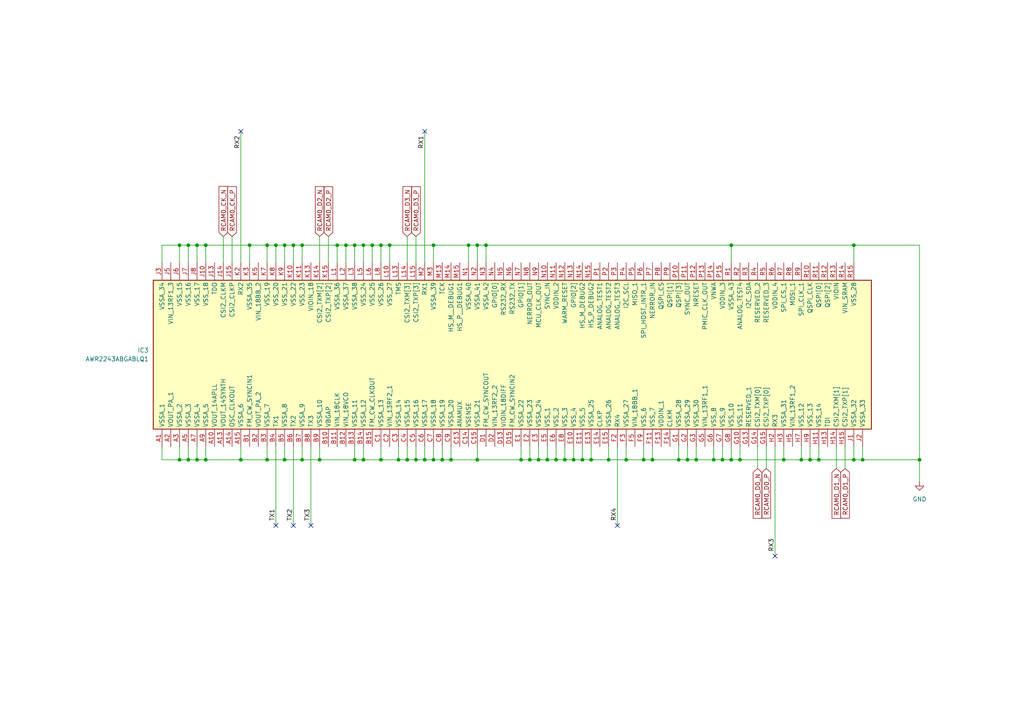
<source format=kicad_sch>
(kicad_sch
	(version 20231120)
	(generator "eeschema")
	(generator_version "8.0")
	(uuid "d353b722-dd8a-4c4c-8583-ac6e92f7fa9b")
	(paper "A4")
	(lib_symbols
		(symbol "AWR2243ABGABLQ1:AWR2243ABGABLQ1"
			(exclude_from_sim no)
			(in_bom yes)
			(on_board yes)
			(property "Reference" "IC"
				(at 49.53 7.62 0)
				(effects
					(font
						(size 1.27 1.27)
					)
					(justify left top)
				)
			)
			(property "Value" "AWR2243ABGABLQ1"
				(at 49.53 5.08 0)
				(effects
					(font
						(size 1.27 1.27)
					)
					(justify left top)
				)
			)
			(property "Footprint" "BGA161C65P15X15_1040X1040X117"
				(at 49.53 -94.92 0)
				(effects
					(font
						(size 1.27 1.27)
					)
					(justify left top)
					(hide yes)
				)
			)
			(property "Datasheet" "https://www.ti.com/lit/ds/symlink/awr2243.pdf"
				(at 49.53 -194.92 0)
				(effects
					(font
						(size 1.27 1.27)
					)
					(justify left top)
					(hide yes)
				)
			)
			(property "Description" "RF Transceiver 76-GHz to 81-GHz automotive second-generation high-performance MMIC 161-FC/CSP -40 to 140"
				(at 0 0 0)
				(effects
					(font
						(size 1.27 1.27)
					)
					(hide yes)
				)
			)
			(property "Height" "1.17"
				(at 49.53 -394.92 0)
				(effects
					(font
						(size 1.27 1.27)
					)
					(justify left top)
					(hide yes)
				)
			)
			(property "Mouser Part Number" "595-AWR2243ABGABLQ1"
				(at 49.53 -494.92 0)
				(effects
					(font
						(size 1.27 1.27)
					)
					(justify left top)
					(hide yes)
				)
			)
			(property "Mouser Price/Stock" "https://www.mouser.co.uk/ProductDetail/Texas-Instruments/AWR2243ABGABLQ1?qs=DPoM0jnrROU%252Bec1zSfah6g%3D%3D"
				(at 49.53 -594.92 0)
				(effects
					(font
						(size 1.27 1.27)
					)
					(justify left top)
					(hide yes)
				)
			)
			(property "Manufacturer_Name" "Texas Instruments"
				(at 49.53 -694.92 0)
				(effects
					(font
						(size 1.27 1.27)
					)
					(justify left top)
					(hide yes)
				)
			)
			(property "Manufacturer_Part_Number" "AWR2243ABGABLQ1"
				(at 49.53 -794.92 0)
				(effects
					(font
						(size 1.27 1.27)
					)
					(justify left top)
					(hide yes)
				)
			)
			(symbol "AWR2243ABGABLQ1_1_1"
				(rectangle
					(start 5.08 2.54)
					(end 48.26 -205.74)
					(stroke
						(width 0.254)
						(type default)
					)
					(fill
						(type background)
					)
				)
				(pin passive line
					(at 0 0 0)
					(length 5.08)
					(name "VSSA_1"
						(effects
							(font
								(size 1.27 1.27)
							)
						)
					)
					(number "A1"
						(effects
							(font
								(size 1.27 1.27)
							)
						)
					)
				)
				(pin passive line
					(at 0 -15.24 0)
					(length 5.08)
					(name "VOUT_14APLL"
						(effects
							(font
								(size 1.27 1.27)
							)
						)
					)
					(number "A10"
						(effects
							(font
								(size 1.27 1.27)
							)
						)
					)
				)
				(pin passive line
					(at 0 -17.78 0)
					(length 5.08)
					(name "VOUT_14SYNTH"
						(effects
							(font
								(size 1.27 1.27)
							)
						)
					)
					(number "A13"
						(effects
							(font
								(size 1.27 1.27)
							)
						)
					)
				)
				(pin passive line
					(at 0 -20.32 0)
					(length 5.08)
					(name "OSC_CLKOUT"
						(effects
							(font
								(size 1.27 1.27)
							)
						)
					)
					(number "A14"
						(effects
							(font
								(size 1.27 1.27)
							)
						)
					)
				)
				(pin passive line
					(at 0 -22.86 0)
					(length 5.08)
					(name "VSSA_6"
						(effects
							(font
								(size 1.27 1.27)
							)
						)
					)
					(number "A15"
						(effects
							(font
								(size 1.27 1.27)
							)
						)
					)
				)
				(pin passive line
					(at 0 -2.54 0)
					(length 5.08)
					(name "VOUT_PA_1"
						(effects
							(font
								(size 1.27 1.27)
							)
						)
					)
					(number "A2"
						(effects
							(font
								(size 1.27 1.27)
							)
						)
					)
				)
				(pin passive line
					(at 0 -5.08 0)
					(length 5.08)
					(name "VSSA_2"
						(effects
							(font
								(size 1.27 1.27)
							)
						)
					)
					(number "A3"
						(effects
							(font
								(size 1.27 1.27)
							)
						)
					)
				)
				(pin passive line
					(at 0 -7.62 0)
					(length 5.08)
					(name "VSSA_3"
						(effects
							(font
								(size 1.27 1.27)
							)
						)
					)
					(number "A5"
						(effects
							(font
								(size 1.27 1.27)
							)
						)
					)
				)
				(pin passive line
					(at 0 -10.16 0)
					(length 5.08)
					(name "VSSA_4"
						(effects
							(font
								(size 1.27 1.27)
							)
						)
					)
					(number "A7"
						(effects
							(font
								(size 1.27 1.27)
							)
						)
					)
				)
				(pin passive line
					(at 0 -12.7 0)
					(length 5.08)
					(name "VSSA_5"
						(effects
							(font
								(size 1.27 1.27)
							)
						)
					)
					(number "A9"
						(effects
							(font
								(size 1.27 1.27)
							)
						)
					)
				)
				(pin passive line
					(at 0 -25.4 0)
					(length 5.08)
					(name "FM_CW_SYNCIN1"
						(effects
							(font
								(size 1.27 1.27)
							)
						)
					)
					(number "B1"
						(effects
							(font
								(size 1.27 1.27)
							)
						)
					)
				)
				(pin passive line
					(at 0 -48.26 0)
					(length 5.08)
					(name "VBGAP"
						(effects
							(font
								(size 1.27 1.27)
							)
						)
					)
					(number "B10"
						(effects
							(font
								(size 1.27 1.27)
							)
						)
					)
				)
				(pin passive line
					(at 0 -50.8 0)
					(length 5.08)
					(name "VIN_18CLK"
						(effects
							(font
								(size 1.27 1.27)
							)
						)
					)
					(number "B11"
						(effects
							(font
								(size 1.27 1.27)
							)
						)
					)
				)
				(pin passive line
					(at 0 -53.34 0)
					(length 5.08)
					(name "VIN_18VCO"
						(effects
							(font
								(size 1.27 1.27)
							)
						)
					)
					(number "B12"
						(effects
							(font
								(size 1.27 1.27)
							)
						)
					)
				)
				(pin passive line
					(at 0 -55.88 0)
					(length 5.08)
					(name "VSSA_11"
						(effects
							(font
								(size 1.27 1.27)
							)
						)
					)
					(number "B13"
						(effects
							(font
								(size 1.27 1.27)
							)
						)
					)
				)
				(pin passive line
					(at 0 -58.42 0)
					(length 5.08)
					(name "VSSA_12"
						(effects
							(font
								(size 1.27 1.27)
							)
						)
					)
					(number "B14"
						(effects
							(font
								(size 1.27 1.27)
							)
						)
					)
				)
				(pin passive line
					(at 0 -60.96 0)
					(length 5.08)
					(name "FM_CW_CLKOUT"
						(effects
							(font
								(size 1.27 1.27)
							)
						)
					)
					(number "B15"
						(effects
							(font
								(size 1.27 1.27)
							)
						)
					)
				)
				(pin passive line
					(at 0 -27.94 0)
					(length 5.08)
					(name "VOUT_PA_2"
						(effects
							(font
								(size 1.27 1.27)
							)
						)
					)
					(number "B2"
						(effects
							(font
								(size 1.27 1.27)
							)
						)
					)
				)
				(pin passive line
					(at 0 -30.48 0)
					(length 5.08)
					(name "VSSA_7"
						(effects
							(font
								(size 1.27 1.27)
							)
						)
					)
					(number "B3"
						(effects
							(font
								(size 1.27 1.27)
							)
						)
					)
				)
				(pin passive line
					(at 0 -33.02 0)
					(length 5.08)
					(name "TX1"
						(effects
							(font
								(size 1.27 1.27)
							)
						)
					)
					(number "B4"
						(effects
							(font
								(size 1.27 1.27)
							)
						)
					)
				)
				(pin passive line
					(at 0 -35.56 0)
					(length 5.08)
					(name "VSSA_8"
						(effects
							(font
								(size 1.27 1.27)
							)
						)
					)
					(number "B5"
						(effects
							(font
								(size 1.27 1.27)
							)
						)
					)
				)
				(pin passive line
					(at 0 -38.1 0)
					(length 5.08)
					(name "TX2"
						(effects
							(font
								(size 1.27 1.27)
							)
						)
					)
					(number "B6"
						(effects
							(font
								(size 1.27 1.27)
							)
						)
					)
				)
				(pin passive line
					(at 0 -40.64 0)
					(length 5.08)
					(name "VSSA_9"
						(effects
							(font
								(size 1.27 1.27)
							)
						)
					)
					(number "B7"
						(effects
							(font
								(size 1.27 1.27)
							)
						)
					)
				)
				(pin passive line
					(at 0 -43.18 0)
					(length 5.08)
					(name "TX3"
						(effects
							(font
								(size 1.27 1.27)
							)
						)
					)
					(number "B8"
						(effects
							(font
								(size 1.27 1.27)
							)
						)
					)
				)
				(pin passive line
					(at 0 -45.72 0)
					(length 5.08)
					(name "VSSA_10"
						(effects
							(font
								(size 1.27 1.27)
							)
						)
					)
					(number "B9"
						(effects
							(font
								(size 1.27 1.27)
							)
						)
					)
				)
				(pin passive line
					(at 0 -63.5 0)
					(length 5.08)
					(name "VSSA_13"
						(effects
							(font
								(size 1.27 1.27)
							)
						)
					)
					(number "C1"
						(effects
							(font
								(size 1.27 1.27)
							)
						)
					)
				)
				(pin passive line
					(at 0 -86.36 0)
					(length 5.08)
					(name "ANAMUX"
						(effects
							(font
								(size 1.27 1.27)
							)
						)
					)
					(number "C13"
						(effects
							(font
								(size 1.27 1.27)
							)
						)
					)
				)
				(pin passive line
					(at 0 -88.9 0)
					(length 5.08)
					(name "VSENSE"
						(effects
							(font
								(size 1.27 1.27)
							)
						)
					)
					(number "C14"
						(effects
							(font
								(size 1.27 1.27)
							)
						)
					)
				)
				(pin passive line
					(at 0 -91.44 0)
					(length 5.08)
					(name "VSSA_21"
						(effects
							(font
								(size 1.27 1.27)
							)
						)
					)
					(number "C15"
						(effects
							(font
								(size 1.27 1.27)
							)
						)
					)
				)
				(pin passive line
					(at 0 -66.04 0)
					(length 5.08)
					(name "VIN_13RF2_1"
						(effects
							(font
								(size 1.27 1.27)
							)
						)
					)
					(number "C2"
						(effects
							(font
								(size 1.27 1.27)
							)
						)
					)
				)
				(pin passive line
					(at 0 -68.58 0)
					(length 5.08)
					(name "VSSA_14"
						(effects
							(font
								(size 1.27 1.27)
							)
						)
					)
					(number "C3"
						(effects
							(font
								(size 1.27 1.27)
							)
						)
					)
				)
				(pin passive line
					(at 0 -71.12 0)
					(length 5.08)
					(name "VSSA_15"
						(effects
							(font
								(size 1.27 1.27)
							)
						)
					)
					(number "C4"
						(effects
							(font
								(size 1.27 1.27)
							)
						)
					)
				)
				(pin passive line
					(at 0 -73.66 0)
					(length 5.08)
					(name "VSSA_16"
						(effects
							(font
								(size 1.27 1.27)
							)
						)
					)
					(number "C5"
						(effects
							(font
								(size 1.27 1.27)
							)
						)
					)
				)
				(pin passive line
					(at 0 -76.2 0)
					(length 5.08)
					(name "VSSA_17"
						(effects
							(font
								(size 1.27 1.27)
							)
						)
					)
					(number "C6"
						(effects
							(font
								(size 1.27 1.27)
							)
						)
					)
				)
				(pin passive line
					(at 0 -78.74 0)
					(length 5.08)
					(name "VSSA_18"
						(effects
							(font
								(size 1.27 1.27)
							)
						)
					)
					(number "C7"
						(effects
							(font
								(size 1.27 1.27)
							)
						)
					)
				)
				(pin passive line
					(at 0 -81.28 0)
					(length 5.08)
					(name "VSSA_19"
						(effects
							(font
								(size 1.27 1.27)
							)
						)
					)
					(number "C8"
						(effects
							(font
								(size 1.27 1.27)
							)
						)
					)
				)
				(pin passive line
					(at 0 -83.82 0)
					(length 5.08)
					(name "VSSA_20"
						(effects
							(font
								(size 1.27 1.27)
							)
						)
					)
					(number "C9"
						(effects
							(font
								(size 1.27 1.27)
							)
						)
					)
				)
				(pin passive line
					(at 0 -93.98 0)
					(length 5.08)
					(name "FM_CW_SYNCOUT"
						(effects
							(font
								(size 1.27 1.27)
							)
						)
					)
					(number "D1"
						(effects
							(font
								(size 1.27 1.27)
							)
						)
					)
				)
				(pin passive line
					(at 0 -99.06 0)
					(length 5.08)
					(name "VIOIN_18DIFF"
						(effects
							(font
								(size 1.27 1.27)
							)
						)
					)
					(number "D13"
						(effects
							(font
								(size 1.27 1.27)
							)
						)
					)
				)
				(pin passive line
					(at 0 -101.6 0)
					(length 5.08)
					(name "FM_CW_SYNCIN2"
						(effects
							(font
								(size 1.27 1.27)
							)
						)
					)
					(number "D15"
						(effects
							(font
								(size 1.27 1.27)
							)
						)
					)
				)
				(pin passive line
					(at 0 -96.52 0)
					(length 5.08)
					(name "VIN_13RF2_2"
						(effects
							(font
								(size 1.27 1.27)
							)
						)
					)
					(number "D2"
						(effects
							(font
								(size 1.27 1.27)
							)
						)
					)
				)
				(pin passive line
					(at 0 -104.14 0)
					(length 5.08)
					(name "VSSA_22"
						(effects
							(font
								(size 1.27 1.27)
							)
						)
					)
					(number "E1"
						(effects
							(font
								(size 1.27 1.27)
							)
						)
					)
				)
				(pin passive line
					(at 0 -119.38 0)
					(length 5.08)
					(name "VSS_4"
						(effects
							(font
								(size 1.27 1.27)
							)
						)
					)
					(number "E10"
						(effects
							(font
								(size 1.27 1.27)
							)
						)
					)
				)
				(pin passive line
					(at 0 -121.92 0)
					(length 5.08)
					(name "VSS_5"
						(effects
							(font
								(size 1.27 1.27)
							)
						)
					)
					(number "E11"
						(effects
							(font
								(size 1.27 1.27)
							)
						)
					)
				)
				(pin passive line
					(at 0 -124.46 0)
					(length 5.08)
					(name "VSSA_25"
						(effects
							(font
								(size 1.27 1.27)
							)
						)
					)
					(number "E13"
						(effects
							(font
								(size 1.27 1.27)
							)
						)
					)
				)
				(pin passive line
					(at 0 -127 0)
					(length 5.08)
					(name "CLKP"
						(effects
							(font
								(size 1.27 1.27)
							)
						)
					)
					(number "E14"
						(effects
							(font
								(size 1.27 1.27)
							)
						)
					)
				)
				(pin passive line
					(at 0 -129.54 0)
					(length 5.08)
					(name "VSSA_26"
						(effects
							(font
								(size 1.27 1.27)
							)
						)
					)
					(number "E15"
						(effects
							(font
								(size 1.27 1.27)
							)
						)
					)
				)
				(pin passive line
					(at 0 -106.68 0)
					(length 5.08)
					(name "VSSA_23"
						(effects
							(font
								(size 1.27 1.27)
							)
						)
					)
					(number "E2"
						(effects
							(font
								(size 1.27 1.27)
							)
						)
					)
				)
				(pin passive line
					(at 0 -109.22 0)
					(length 5.08)
					(name "VSSA_24"
						(effects
							(font
								(size 1.27 1.27)
							)
						)
					)
					(number "E3"
						(effects
							(font
								(size 1.27 1.27)
							)
						)
					)
				)
				(pin passive line
					(at 0 -111.76 0)
					(length 5.08)
					(name "VSS_1"
						(effects
							(font
								(size 1.27 1.27)
							)
						)
					)
					(number "E5"
						(effects
							(font
								(size 1.27 1.27)
							)
						)
					)
				)
				(pin passive line
					(at 0 -114.3 0)
					(length 5.08)
					(name "VSS_2"
						(effects
							(font
								(size 1.27 1.27)
							)
						)
					)
					(number "E6"
						(effects
							(font
								(size 1.27 1.27)
							)
						)
					)
				)
				(pin passive line
					(at 0 -116.84 0)
					(length 5.08)
					(name "VSS_3"
						(effects
							(font
								(size 1.27 1.27)
							)
						)
					)
					(number "E8"
						(effects
							(font
								(size 1.27 1.27)
							)
						)
					)
				)
				(pin passive line
					(at 0 -142.24 0)
					(length 5.08)
					(name "VSS_7"
						(effects
							(font
								(size 1.27 1.27)
							)
						)
					)
					(number "F11"
						(effects
							(font
								(size 1.27 1.27)
							)
						)
					)
				)
				(pin passive line
					(at 0 -144.78 0)
					(length 5.08)
					(name "VDDIN_1"
						(effects
							(font
								(size 1.27 1.27)
							)
						)
					)
					(number "F13"
						(effects
							(font
								(size 1.27 1.27)
							)
						)
					)
				)
				(pin passive line
					(at 0 -147.32 0)
					(length 5.08)
					(name "CLKM"
						(effects
							(font
								(size 1.27 1.27)
							)
						)
					)
					(number "F14"
						(effects
							(font
								(size 1.27 1.27)
							)
						)
					)
				)
				(pin passive line
					(at 0 -132.08 0)
					(length 5.08)
					(name "RX4"
						(effects
							(font
								(size 1.27 1.27)
							)
						)
					)
					(number "F2"
						(effects
							(font
								(size 1.27 1.27)
							)
						)
					)
				)
				(pin passive line
					(at 0 -134.62 0)
					(length 5.08)
					(name "VSSA_27"
						(effects
							(font
								(size 1.27 1.27)
							)
						)
					)
					(number "F3"
						(effects
							(font
								(size 1.27 1.27)
							)
						)
					)
				)
				(pin passive line
					(at 0 -137.16 0)
					(length 5.08)
					(name "VIN_18BB_1"
						(effects
							(font
								(size 1.27 1.27)
							)
						)
					)
					(number "F5"
						(effects
							(font
								(size 1.27 1.27)
							)
						)
					)
				)
				(pin passive line
					(at 0 -139.7 0)
					(length 5.08)
					(name "VSS_6"
						(effects
							(font
								(size 1.27 1.27)
							)
						)
					)
					(number "F9"
						(effects
							(font
								(size 1.27 1.27)
							)
						)
					)
				)
				(pin passive line
					(at 0 -149.86 0)
					(length 5.08)
					(name "VSSA_28"
						(effects
							(font
								(size 1.27 1.27)
							)
						)
					)
					(number "G1"
						(effects
							(font
								(size 1.27 1.27)
							)
						)
					)
				)
				(pin passive line
					(at 0 -167.64 0)
					(length 5.08)
					(name "VSS_11"
						(effects
							(font
								(size 1.27 1.27)
							)
						)
					)
					(number "G10"
						(effects
							(font
								(size 1.27 1.27)
							)
						)
					)
				)
				(pin passive line
					(at 0 -170.18 0)
					(length 5.08)
					(name "RESERVED_1"
						(effects
							(font
								(size 1.27 1.27)
							)
						)
					)
					(number "G13"
						(effects
							(font
								(size 1.27 1.27)
							)
						)
					)
				)
				(pin passive line
					(at 0 -172.72 0)
					(length 5.08)
					(name "CSI2_TXM[0]"
						(effects
							(font
								(size 1.27 1.27)
							)
						)
					)
					(number "G14"
						(effects
							(font
								(size 1.27 1.27)
							)
						)
					)
				)
				(pin passive line
					(at 0 -175.26 0)
					(length 5.08)
					(name "CSI2_TXP[0]"
						(effects
							(font
								(size 1.27 1.27)
							)
						)
					)
					(number "G15"
						(effects
							(font
								(size 1.27 1.27)
							)
						)
					)
				)
				(pin passive line
					(at 0 -152.4 0)
					(length 5.08)
					(name "VSSA_29"
						(effects
							(font
								(size 1.27 1.27)
							)
						)
					)
					(number "G2"
						(effects
							(font
								(size 1.27 1.27)
							)
						)
					)
				)
				(pin passive line
					(at 0 -154.94 0)
					(length 5.08)
					(name "VSSA_30"
						(effects
							(font
								(size 1.27 1.27)
							)
						)
					)
					(number "G3"
						(effects
							(font
								(size 1.27 1.27)
							)
						)
					)
				)
				(pin passive line
					(at 0 -157.48 0)
					(length 5.08)
					(name "VIN_13RF1_1"
						(effects
							(font
								(size 1.27 1.27)
							)
						)
					)
					(number "G5"
						(effects
							(font
								(size 1.27 1.27)
							)
						)
					)
				)
				(pin passive line
					(at 0 -160.02 0)
					(length 5.08)
					(name "VSS_8"
						(effects
							(font
								(size 1.27 1.27)
							)
						)
					)
					(number "G6"
						(effects
							(font
								(size 1.27 1.27)
							)
						)
					)
				)
				(pin passive line
					(at 0 -162.56 0)
					(length 5.08)
					(name "VSS_9"
						(effects
							(font
								(size 1.27 1.27)
							)
						)
					)
					(number "G7"
						(effects
							(font
								(size 1.27 1.27)
							)
						)
					)
				)
				(pin passive line
					(at 0 -165.1 0)
					(length 5.08)
					(name "VSS_10"
						(effects
							(font
								(size 1.27 1.27)
							)
						)
					)
					(number "G8"
						(effects
							(font
								(size 1.27 1.27)
							)
						)
					)
				)
				(pin passive line
					(at 0 -190.5 0)
					(length 5.08)
					(name "VSS_14"
						(effects
							(font
								(size 1.27 1.27)
							)
						)
					)
					(number "H11"
						(effects
							(font
								(size 1.27 1.27)
							)
						)
					)
				)
				(pin passive line
					(at 0 -193.04 0)
					(length 5.08)
					(name "TDI"
						(effects
							(font
								(size 1.27 1.27)
							)
						)
					)
					(number "H13"
						(effects
							(font
								(size 1.27 1.27)
							)
						)
					)
				)
				(pin passive line
					(at 0 -195.58 0)
					(length 5.08)
					(name "CSI2_TXM[1]"
						(effects
							(font
								(size 1.27 1.27)
							)
						)
					)
					(number "H14"
						(effects
							(font
								(size 1.27 1.27)
							)
						)
					)
				)
				(pin passive line
					(at 0 -198.12 0)
					(length 5.08)
					(name "CSI2_TXP[1]"
						(effects
							(font
								(size 1.27 1.27)
							)
						)
					)
					(number "H15"
						(effects
							(font
								(size 1.27 1.27)
							)
						)
					)
				)
				(pin passive line
					(at 0 -177.8 0)
					(length 5.08)
					(name "RX3"
						(effects
							(font
								(size 1.27 1.27)
							)
						)
					)
					(number "H2"
						(effects
							(font
								(size 1.27 1.27)
							)
						)
					)
				)
				(pin passive line
					(at 0 -180.34 0)
					(length 5.08)
					(name "VSSA_31"
						(effects
							(font
								(size 1.27 1.27)
							)
						)
					)
					(number "H3"
						(effects
							(font
								(size 1.27 1.27)
							)
						)
					)
				)
				(pin passive line
					(at 0 -182.88 0)
					(length 5.08)
					(name "VIN_13RF1_2"
						(effects
							(font
								(size 1.27 1.27)
							)
						)
					)
					(number "H5"
						(effects
							(font
								(size 1.27 1.27)
							)
						)
					)
				)
				(pin passive line
					(at 0 -185.42 0)
					(length 5.08)
					(name "VSS_12"
						(effects
							(font
								(size 1.27 1.27)
							)
						)
					)
					(number "H7"
						(effects
							(font
								(size 1.27 1.27)
							)
						)
					)
				)
				(pin passive line
					(at 0 -187.96 0)
					(length 5.08)
					(name "VSS_13"
						(effects
							(font
								(size 1.27 1.27)
							)
						)
					)
					(number "H9"
						(effects
							(font
								(size 1.27 1.27)
							)
						)
					)
				)
				(pin passive line
					(at 0 -200.66 0)
					(length 5.08)
					(name "VSSA_32"
						(effects
							(font
								(size 1.27 1.27)
							)
						)
					)
					(number "J1"
						(effects
							(font
								(size 1.27 1.27)
							)
						)
					)
				)
				(pin passive line
					(at 53.34 -12.7 180)
					(length 5.08)
					(name "VSS_18"
						(effects
							(font
								(size 1.27 1.27)
							)
						)
					)
					(number "J10"
						(effects
							(font
								(size 1.27 1.27)
							)
						)
					)
				)
				(pin passive line
					(at 53.34 -15.24 180)
					(length 5.08)
					(name "TDO"
						(effects
							(font
								(size 1.27 1.27)
							)
						)
					)
					(number "J13"
						(effects
							(font
								(size 1.27 1.27)
							)
						)
					)
				)
				(pin passive line
					(at 53.34 -17.78 180)
					(length 5.08)
					(name "CSI2_CLKM"
						(effects
							(font
								(size 1.27 1.27)
							)
						)
					)
					(number "J14"
						(effects
							(font
								(size 1.27 1.27)
							)
						)
					)
				)
				(pin passive line
					(at 53.34 -20.32 180)
					(length 5.08)
					(name "CSI2_CLKP"
						(effects
							(font
								(size 1.27 1.27)
							)
						)
					)
					(number "J15"
						(effects
							(font
								(size 1.27 1.27)
							)
						)
					)
				)
				(pin passive line
					(at 0 -203.2 0)
					(length 5.08)
					(name "VSSA_33"
						(effects
							(font
								(size 1.27 1.27)
							)
						)
					)
					(number "J2"
						(effects
							(font
								(size 1.27 1.27)
							)
						)
					)
				)
				(pin passive line
					(at 53.34 0 180)
					(length 5.08)
					(name "VSSA_34"
						(effects
							(font
								(size 1.27 1.27)
							)
						)
					)
					(number "J3"
						(effects
							(font
								(size 1.27 1.27)
							)
						)
					)
				)
				(pin passive line
					(at 53.34 -2.54 180)
					(length 5.08)
					(name "VIN_13RF1_3"
						(effects
							(font
								(size 1.27 1.27)
							)
						)
					)
					(number "J5"
						(effects
							(font
								(size 1.27 1.27)
							)
						)
					)
				)
				(pin passive line
					(at 53.34 -5.08 180)
					(length 5.08)
					(name "VSS_15"
						(effects
							(font
								(size 1.27 1.27)
							)
						)
					)
					(number "J6"
						(effects
							(font
								(size 1.27 1.27)
							)
						)
					)
				)
				(pin passive line
					(at 53.34 -7.62 180)
					(length 5.08)
					(name "VSS_16"
						(effects
							(font
								(size 1.27 1.27)
							)
						)
					)
					(number "J7"
						(effects
							(font
								(size 1.27 1.27)
							)
						)
					)
				)
				(pin passive line
					(at 53.34 -10.16 180)
					(length 5.08)
					(name "VSS_17"
						(effects
							(font
								(size 1.27 1.27)
							)
						)
					)
					(number "J8"
						(effects
							(font
								(size 1.27 1.27)
							)
						)
					)
				)
				(pin passive line
					(at 53.34 -38.1 180)
					(length 5.08)
					(name "VSS_22"
						(effects
							(font
								(size 1.27 1.27)
							)
						)
					)
					(number "K10"
						(effects
							(font
								(size 1.27 1.27)
							)
						)
					)
				)
				(pin passive line
					(at 53.34 -40.64 180)
					(length 5.08)
					(name "VSS_23"
						(effects
							(font
								(size 1.27 1.27)
							)
						)
					)
					(number "K11"
						(effects
							(font
								(size 1.27 1.27)
							)
						)
					)
				)
				(pin passive line
					(at 53.34 -43.18 180)
					(length 5.08)
					(name "VIOIN_18"
						(effects
							(font
								(size 1.27 1.27)
							)
						)
					)
					(number "K13"
						(effects
							(font
								(size 1.27 1.27)
							)
						)
					)
				)
				(pin passive line
					(at 53.34 -45.72 180)
					(length 5.08)
					(name "CSI2_TXM[2]"
						(effects
							(font
								(size 1.27 1.27)
							)
						)
					)
					(number "K14"
						(effects
							(font
								(size 1.27 1.27)
							)
						)
					)
				)
				(pin passive line
					(at 53.34 -48.26 180)
					(length 5.08)
					(name "CSI2_TXP[2]"
						(effects
							(font
								(size 1.27 1.27)
							)
						)
					)
					(number "K15"
						(effects
							(font
								(size 1.27 1.27)
							)
						)
					)
				)
				(pin passive line
					(at 53.34 -22.86 180)
					(length 5.08)
					(name "RX2"
						(effects
							(font
								(size 1.27 1.27)
							)
						)
					)
					(number "K2"
						(effects
							(font
								(size 1.27 1.27)
							)
						)
					)
				)
				(pin passive line
					(at 53.34 -25.4 180)
					(length 5.08)
					(name "VSSA_35"
						(effects
							(font
								(size 1.27 1.27)
							)
						)
					)
					(number "K3"
						(effects
							(font
								(size 1.27 1.27)
							)
						)
					)
				)
				(pin passive line
					(at 53.34 -27.94 180)
					(length 5.08)
					(name "VIN_18BB_2"
						(effects
							(font
								(size 1.27 1.27)
							)
						)
					)
					(number "K5"
						(effects
							(font
								(size 1.27 1.27)
							)
						)
					)
				)
				(pin passive line
					(at 53.34 -30.48 180)
					(length 5.08)
					(name "VSS_19"
						(effects
							(font
								(size 1.27 1.27)
							)
						)
					)
					(number "K7"
						(effects
							(font
								(size 1.27 1.27)
							)
						)
					)
				)
				(pin passive line
					(at 53.34 -33.02 180)
					(length 5.08)
					(name "VSS_20"
						(effects
							(font
								(size 1.27 1.27)
							)
						)
					)
					(number "K8"
						(effects
							(font
								(size 1.27 1.27)
							)
						)
					)
				)
				(pin passive line
					(at 53.34 -35.56 180)
					(length 5.08)
					(name "VSS_21"
						(effects
							(font
								(size 1.27 1.27)
							)
						)
					)
					(number "K9"
						(effects
							(font
								(size 1.27 1.27)
							)
						)
					)
				)
				(pin passive line
					(at 53.34 -50.8 180)
					(length 5.08)
					(name "VSSA_36"
						(effects
							(font
								(size 1.27 1.27)
							)
						)
					)
					(number "L1"
						(effects
							(font
								(size 1.27 1.27)
							)
						)
					)
				)
				(pin passive line
					(at 53.34 -66.04 180)
					(length 5.08)
					(name "VSS_27"
						(effects
							(font
								(size 1.27 1.27)
							)
						)
					)
					(number "L10"
						(effects
							(font
								(size 1.27 1.27)
							)
						)
					)
				)
				(pin passive line
					(at 53.34 -68.58 180)
					(length 5.08)
					(name "TMS"
						(effects
							(font
								(size 1.27 1.27)
							)
						)
					)
					(number "L13"
						(effects
							(font
								(size 1.27 1.27)
							)
						)
					)
				)
				(pin passive line
					(at 53.34 -71.12 180)
					(length 5.08)
					(name "CSI2_TXM[3]"
						(effects
							(font
								(size 1.27 1.27)
							)
						)
					)
					(number "L14"
						(effects
							(font
								(size 1.27 1.27)
							)
						)
					)
				)
				(pin passive line
					(at 53.34 -73.66 180)
					(length 5.08)
					(name "CSI2_TXP[3]"
						(effects
							(font
								(size 1.27 1.27)
							)
						)
					)
					(number "L15"
						(effects
							(font
								(size 1.27 1.27)
							)
						)
					)
				)
				(pin passive line
					(at 53.34 -53.34 180)
					(length 5.08)
					(name "VSSA_37"
						(effects
							(font
								(size 1.27 1.27)
							)
						)
					)
					(number "L2"
						(effects
							(font
								(size 1.27 1.27)
							)
						)
					)
				)
				(pin passive line
					(at 53.34 -55.88 180)
					(length 5.08)
					(name "VSSA_38"
						(effects
							(font
								(size 1.27 1.27)
							)
						)
					)
					(number "L3"
						(effects
							(font
								(size 1.27 1.27)
							)
						)
					)
				)
				(pin passive line
					(at 53.34 -58.42 180)
					(length 5.08)
					(name "VSS_24"
						(effects
							(font
								(size 1.27 1.27)
							)
						)
					)
					(number "L5"
						(effects
							(font
								(size 1.27 1.27)
							)
						)
					)
				)
				(pin passive line
					(at 53.34 -60.96 180)
					(length 5.08)
					(name "VSS_25"
						(effects
							(font
								(size 1.27 1.27)
							)
						)
					)
					(number "L6"
						(effects
							(font
								(size 1.27 1.27)
							)
						)
					)
				)
				(pin passive line
					(at 53.34 -63.5 180)
					(length 5.08)
					(name "VSS_26"
						(effects
							(font
								(size 1.27 1.27)
							)
						)
					)
					(number "L8"
						(effects
							(font
								(size 1.27 1.27)
							)
						)
					)
				)
				(pin passive line
					(at 53.34 -81.28 180)
					(length 5.08)
					(name "TCK"
						(effects
							(font
								(size 1.27 1.27)
							)
						)
					)
					(number "M13"
						(effects
							(font
								(size 1.27 1.27)
							)
						)
					)
				)
				(pin passive line
					(at 53.34 -83.82 180)
					(length 5.08)
					(name "HS_M__DEBUG1"
						(effects
							(font
								(size 1.27 1.27)
							)
						)
					)
					(number "M14"
						(effects
							(font
								(size 1.27 1.27)
							)
						)
					)
				)
				(pin passive line
					(at 53.34 -86.36 180)
					(length 5.08)
					(name "HS_P__DEBUG1"
						(effects
							(font
								(size 1.27 1.27)
							)
						)
					)
					(number "M15"
						(effects
							(font
								(size 1.27 1.27)
							)
						)
					)
				)
				(pin passive line
					(at 53.34 -76.2 180)
					(length 5.08)
					(name "RX1"
						(effects
							(font
								(size 1.27 1.27)
							)
						)
					)
					(number "M2"
						(effects
							(font
								(size 1.27 1.27)
							)
						)
					)
				)
				(pin passive line
					(at 53.34 -78.74 180)
					(length 5.08)
					(name "VSSA_39"
						(effects
							(font
								(size 1.27 1.27)
							)
						)
					)
					(number "M3"
						(effects
							(font
								(size 1.27 1.27)
							)
						)
					)
				)
				(pin passive line
					(at 53.34 -88.9 180)
					(length 5.08)
					(name "VSSA_40"
						(effects
							(font
								(size 1.27 1.27)
							)
						)
					)
					(number "N1"
						(effects
							(font
								(size 1.27 1.27)
							)
						)
					)
				)
				(pin passive line
					(at 53.34 -111.76 180)
					(length 5.08)
					(name "SYNC_IN"
						(effects
							(font
								(size 1.27 1.27)
							)
						)
					)
					(number "N10"
						(effects
							(font
								(size 1.27 1.27)
							)
						)
					)
				)
				(pin passive line
					(at 53.34 -114.3 180)
					(length 5.08)
					(name "VDDIN_2"
						(effects
							(font
								(size 1.27 1.27)
							)
						)
					)
					(number "N11"
						(effects
							(font
								(size 1.27 1.27)
							)
						)
					)
				)
				(pin passive line
					(at 53.34 -116.84 180)
					(length 5.08)
					(name "WARM_RESET"
						(effects
							(font
								(size 1.27 1.27)
							)
						)
					)
					(number "N12"
						(effects
							(font
								(size 1.27 1.27)
							)
						)
					)
				)
				(pin passive line
					(at 53.34 -119.38 180)
					(length 5.08)
					(name "GPIO[2]"
						(effects
							(font
								(size 1.27 1.27)
							)
						)
					)
					(number "N13"
						(effects
							(font
								(size 1.27 1.27)
							)
						)
					)
				)
				(pin passive line
					(at 53.34 -121.92 180)
					(length 5.08)
					(name "HS_M_DEBUG2"
						(effects
							(font
								(size 1.27 1.27)
							)
						)
					)
					(number "N14"
						(effects
							(font
								(size 1.27 1.27)
							)
						)
					)
				)
				(pin passive line
					(at 53.34 -124.46 180)
					(length 5.08)
					(name "HS_P_DEBUG2"
						(effects
							(font
								(size 1.27 1.27)
							)
						)
					)
					(number "N15"
						(effects
							(font
								(size 1.27 1.27)
							)
						)
					)
				)
				(pin passive line
					(at 53.34 -91.44 180)
					(length 5.08)
					(name "VSSA_41"
						(effects
							(font
								(size 1.27 1.27)
							)
						)
					)
					(number "N2"
						(effects
							(font
								(size 1.27 1.27)
							)
						)
					)
				)
				(pin passive line
					(at 53.34 -93.98 180)
					(length 5.08)
					(name "VSSA_42"
						(effects
							(font
								(size 1.27 1.27)
							)
						)
					)
					(number "N3"
						(effects
							(font
								(size 1.27 1.27)
							)
						)
					)
				)
				(pin passive line
					(at 53.34 -96.52 180)
					(length 5.08)
					(name "GPIO[0]"
						(effects
							(font
								(size 1.27 1.27)
							)
						)
					)
					(number "N4"
						(effects
							(font
								(size 1.27 1.27)
							)
						)
					)
				)
				(pin passive line
					(at 53.34 -99.06 180)
					(length 5.08)
					(name "RS232_RX"
						(effects
							(font
								(size 1.27 1.27)
							)
						)
					)
					(number "N5"
						(effects
							(font
								(size 1.27 1.27)
							)
						)
					)
				)
				(pin passive line
					(at 53.34 -101.6 180)
					(length 5.08)
					(name "RS232_TX"
						(effects
							(font
								(size 1.27 1.27)
							)
						)
					)
					(number "N6"
						(effects
							(font
								(size 1.27 1.27)
							)
						)
					)
				)
				(pin passive line
					(at 53.34 -104.14 180)
					(length 5.08)
					(name "GPIO[1]"
						(effects
							(font
								(size 1.27 1.27)
							)
						)
					)
					(number "N7"
						(effects
							(font
								(size 1.27 1.27)
							)
						)
					)
				)
				(pin passive line
					(at 53.34 -106.68 180)
					(length 5.08)
					(name "NERROR_OUT"
						(effects
							(font
								(size 1.27 1.27)
							)
						)
					)
					(number "N8"
						(effects
							(font
								(size 1.27 1.27)
							)
						)
					)
				)
				(pin passive line
					(at 53.34 -109.22 180)
					(length 5.08)
					(name "MCU_CLK_OUT"
						(effects
							(font
								(size 1.27 1.27)
							)
						)
					)
					(number "N9"
						(effects
							(font
								(size 1.27 1.27)
							)
						)
					)
				)
				(pin passive line
					(at 53.34 -127 180)
					(length 5.08)
					(name "ANALOG_TEST1"
						(effects
							(font
								(size 1.27 1.27)
							)
						)
					)
					(number "P1"
						(effects
							(font
								(size 1.27 1.27)
							)
						)
					)
				)
				(pin passive line
					(at 53.34 -149.86 180)
					(length 5.08)
					(name "QSPI[3]"
						(effects
							(font
								(size 1.27 1.27)
							)
						)
					)
					(number "P10"
						(effects
							(font
								(size 1.27 1.27)
							)
						)
					)
				)
				(pin passive line
					(at 53.34 -152.4 180)
					(length 5.08)
					(name "SYNC_OUT"
						(effects
							(font
								(size 1.27 1.27)
							)
						)
					)
					(number "P11"
						(effects
							(font
								(size 1.27 1.27)
							)
						)
					)
				)
				(pin passive line
					(at 53.34 -154.94 180)
					(length 5.08)
					(name "NRESET"
						(effects
							(font
								(size 1.27 1.27)
							)
						)
					)
					(number "P12"
						(effects
							(font
								(size 1.27 1.27)
							)
						)
					)
				)
				(pin passive line
					(at 53.34 -157.48 180)
					(length 5.08)
					(name "PMIC_CLK_OUT"
						(effects
							(font
								(size 1.27 1.27)
							)
						)
					)
					(number "P13"
						(effects
							(font
								(size 1.27 1.27)
							)
						)
					)
				)
				(pin passive line
					(at 53.34 -160.02 180)
					(length 5.08)
					(name "VNWA"
						(effects
							(font
								(size 1.27 1.27)
							)
						)
					)
					(number "P14"
						(effects
							(font
								(size 1.27 1.27)
							)
						)
					)
				)
				(pin passive line
					(at 53.34 -162.56 180)
					(length 5.08)
					(name "VDDIN_3"
						(effects
							(font
								(size 1.27 1.27)
							)
						)
					)
					(number "P15"
						(effects
							(font
								(size 1.27 1.27)
							)
						)
					)
				)
				(pin passive line
					(at 53.34 -129.54 180)
					(length 5.08)
					(name "ANALOG_TEST2"
						(effects
							(font
								(size 1.27 1.27)
							)
						)
					)
					(number "P2"
						(effects
							(font
								(size 1.27 1.27)
							)
						)
					)
				)
				(pin passive line
					(at 53.34 -132.08 180)
					(length 5.08)
					(name "ANALOG_TEST3"
						(effects
							(font
								(size 1.27 1.27)
							)
						)
					)
					(number "P3"
						(effects
							(font
								(size 1.27 1.27)
							)
						)
					)
				)
				(pin passive line
					(at 53.34 -134.62 180)
					(length 5.08)
					(name "I2C_SCL"
						(effects
							(font
								(size 1.27 1.27)
							)
						)
					)
					(number "P4"
						(effects
							(font
								(size 1.27 1.27)
							)
						)
					)
				)
				(pin passive line
					(at 53.34 -137.16 180)
					(length 5.08)
					(name "MISO_1"
						(effects
							(font
								(size 1.27 1.27)
							)
						)
					)
					(number "P5"
						(effects
							(font
								(size 1.27 1.27)
							)
						)
					)
				)
				(pin passive line
					(at 53.34 -139.7 180)
					(length 5.08)
					(name "SPI_HOST_INTR_1"
						(effects
							(font
								(size 1.27 1.27)
							)
						)
					)
					(number "P6"
						(effects
							(font
								(size 1.27 1.27)
							)
						)
					)
				)
				(pin passive line
					(at 53.34 -142.24 180)
					(length 5.08)
					(name "NERROR_IN"
						(effects
							(font
								(size 1.27 1.27)
							)
						)
					)
					(number "P7"
						(effects
							(font
								(size 1.27 1.27)
							)
						)
					)
				)
				(pin passive line
					(at 53.34 -144.78 180)
					(length 5.08)
					(name "QSPI_CS"
						(effects
							(font
								(size 1.27 1.27)
							)
						)
					)
					(number "P8"
						(effects
							(font
								(size 1.27 1.27)
							)
						)
					)
				)
				(pin passive line
					(at 53.34 -147.32 180)
					(length 5.08)
					(name "QSPI[1]"
						(effects
							(font
								(size 1.27 1.27)
							)
						)
					)
					(number "P9"
						(effects
							(font
								(size 1.27 1.27)
							)
						)
					)
				)
				(pin passive line
					(at 53.34 -165.1 180)
					(length 5.08)
					(name "VSSA_43"
						(effects
							(font
								(size 1.27 1.27)
							)
						)
					)
					(number "R1"
						(effects
							(font
								(size 1.27 1.27)
							)
						)
					)
				)
				(pin passive line
					(at 53.34 -187.96 180)
					(length 5.08)
					(name "QSPI_CLK"
						(effects
							(font
								(size 1.27 1.27)
							)
						)
					)
					(number "R10"
						(effects
							(font
								(size 1.27 1.27)
							)
						)
					)
				)
				(pin passive line
					(at 53.34 -190.5 180)
					(length 5.08)
					(name "QSPI[0]"
						(effects
							(font
								(size 1.27 1.27)
							)
						)
					)
					(number "R11"
						(effects
							(font
								(size 1.27 1.27)
							)
						)
					)
				)
				(pin passive line
					(at 53.34 -193.04 180)
					(length 5.08)
					(name "QSPI[2]"
						(effects
							(font
								(size 1.27 1.27)
							)
						)
					)
					(number "R12"
						(effects
							(font
								(size 1.27 1.27)
							)
						)
					)
				)
				(pin passive line
					(at 53.34 -195.58 180)
					(length 5.08)
					(name "VIOIN"
						(effects
							(font
								(size 1.27 1.27)
							)
						)
					)
					(number "R13"
						(effects
							(font
								(size 1.27 1.27)
							)
						)
					)
				)
				(pin passive line
					(at 53.34 -198.12 180)
					(length 5.08)
					(name "VIN_SRAM"
						(effects
							(font
								(size 1.27 1.27)
							)
						)
					)
					(number "R14"
						(effects
							(font
								(size 1.27 1.27)
							)
						)
					)
				)
				(pin passive line
					(at 53.34 -200.66 180)
					(length 5.08)
					(name "VSS_28"
						(effects
							(font
								(size 1.27 1.27)
							)
						)
					)
					(number "R15"
						(effects
							(font
								(size 1.27 1.27)
							)
						)
					)
				)
				(pin passive line
					(at 53.34 -167.64 180)
					(length 5.08)
					(name "ANALOG_TEST4"
						(effects
							(font
								(size 1.27 1.27)
							)
						)
					)
					(number "R2"
						(effects
							(font
								(size 1.27 1.27)
							)
						)
					)
				)
				(pin passive line
					(at 53.34 -170.18 180)
					(length 5.08)
					(name "I2C_SDA"
						(effects
							(font
								(size 1.27 1.27)
							)
						)
					)
					(number "R3"
						(effects
							(font
								(size 1.27 1.27)
							)
						)
					)
				)
				(pin passive line
					(at 53.34 -172.72 180)
					(length 5.08)
					(name "RESERVED_2"
						(effects
							(font
								(size 1.27 1.27)
							)
						)
					)
					(number "R4"
						(effects
							(font
								(size 1.27 1.27)
							)
						)
					)
				)
				(pin passive line
					(at 53.34 -175.26 180)
					(length 5.08)
					(name "RESERVED_3"
						(effects
							(font
								(size 1.27 1.27)
							)
						)
					)
					(number "R5"
						(effects
							(font
								(size 1.27 1.27)
							)
						)
					)
				)
				(pin passive line
					(at 53.34 -177.8 180)
					(length 5.08)
					(name "VDDIN_4"
						(effects
							(font
								(size 1.27 1.27)
							)
						)
					)
					(number "R6"
						(effects
							(font
								(size 1.27 1.27)
							)
						)
					)
				)
				(pin passive line
					(at 53.34 -180.34 180)
					(length 5.08)
					(name "SPI_CS_1"
						(effects
							(font
								(size 1.27 1.27)
							)
						)
					)
					(number "R7"
						(effects
							(font
								(size 1.27 1.27)
							)
						)
					)
				)
				(pin passive line
					(at 53.34 -182.88 180)
					(length 5.08)
					(name "MOSI_1"
						(effects
							(font
								(size 1.27 1.27)
							)
						)
					)
					(number "R8"
						(effects
							(font
								(size 1.27 1.27)
							)
						)
					)
				)
				(pin passive line
					(at 53.34 -185.42 180)
					(length 5.08)
					(name "SPI_CLK_1"
						(effects
							(font
								(size 1.27 1.27)
							)
						)
					)
					(number "R9"
						(effects
							(font
								(size 1.27 1.27)
							)
						)
					)
				)
			)
		)
		(symbol "power:GND"
			(power)
			(pin_numbers hide)
			(pin_names
				(offset 0) hide)
			(exclude_from_sim no)
			(in_bom yes)
			(on_board yes)
			(property "Reference" "#PWR"
				(at 0 -6.35 0)
				(effects
					(font
						(size 1.27 1.27)
					)
					(hide yes)
				)
			)
			(property "Value" "GND"
				(at 0 -3.81 0)
				(effects
					(font
						(size 1.27 1.27)
					)
				)
			)
			(property "Footprint" ""
				(at 0 0 0)
				(effects
					(font
						(size 1.27 1.27)
					)
					(hide yes)
				)
			)
			(property "Datasheet" ""
				(at 0 0 0)
				(effects
					(font
						(size 1.27 1.27)
					)
					(hide yes)
				)
			)
			(property "Description" "Power symbol creates a global label with name \"GND\" , ground"
				(at 0 0 0)
				(effects
					(font
						(size 1.27 1.27)
					)
					(hide yes)
				)
			)
			(property "ki_keywords" "global power"
				(at 0 0 0)
				(effects
					(font
						(size 1.27 1.27)
					)
					(hide yes)
				)
			)
			(symbol "GND_0_1"
				(polyline
					(pts
						(xy 0 0) (xy 0 -1.27) (xy 1.27 -1.27) (xy 0 -2.54) (xy -1.27 -1.27) (xy 0 -1.27)
					)
					(stroke
						(width 0)
						(type default)
					)
					(fill
						(type none)
					)
				)
			)
			(symbol "GND_1_1"
				(pin power_in line
					(at 0 0 270)
					(length 0)
					(name "~"
						(effects
							(font
								(size 1.27 1.27)
							)
						)
					)
					(number "1"
						(effects
							(font
								(size 1.27 1.27)
							)
						)
					)
				)
			)
		)
	)
	(junction
		(at 52.07 71.12)
		(diameter 0)
		(color 0 0 0 0)
		(uuid "002995f8-68ae-490e-9ed7-3a4aa6634491")
	)
	(junction
		(at 171.45 133.35)
		(diameter 0)
		(color 0 0 0 0)
		(uuid "0cf9d734-878e-45ce-9945-a50077751857")
	)
	(junction
		(at 107.95 71.12)
		(diameter 0)
		(color 0 0 0 0)
		(uuid "13301eba-85e9-4477-b417-78e4b7144bff")
	)
	(junction
		(at 214.63 133.35)
		(diameter 0)
		(color 0 0 0 0)
		(uuid "15754d65-15f6-4d05-be75-2b697dea4185")
	)
	(junction
		(at 153.67 133.35)
		(diameter 0)
		(color 0 0 0 0)
		(uuid "16d50517-e6e0-4829-87c3-d4637b038175")
	)
	(junction
		(at 128.27 133.35)
		(diameter 0)
		(color 0 0 0 0)
		(uuid "16ff2153-c313-48fe-9c22-32908051986c")
	)
	(junction
		(at 237.49 133.35)
		(diameter 0)
		(color 0 0 0 0)
		(uuid "18e4d95f-8ec8-46b6-ba1f-5af9b8d93bf1")
	)
	(junction
		(at 120.65 133.35)
		(diameter 0)
		(color 0 0 0 0)
		(uuid "1ab02c42-df03-43c0-b78d-84f37d08eb42")
	)
	(junction
		(at 176.53 133.35)
		(diameter 0)
		(color 0 0 0 0)
		(uuid "1b1d6e31-b6d7-45f5-a7d6-47b405ba8015")
	)
	(junction
		(at 100.33 71.12)
		(diameter 0)
		(color 0 0 0 0)
		(uuid "1bf0490a-a684-41be-ac10-5ddcc1d54635")
	)
	(junction
		(at 227.33 133.35)
		(diameter 0)
		(color 0 0 0 0)
		(uuid "1d2349b4-1434-4eeb-8770-798e3e964bae")
	)
	(junction
		(at 87.63 133.35)
		(diameter 0)
		(color 0 0 0 0)
		(uuid "241fba81-86a6-4186-a8cd-957c42ca8c18")
	)
	(junction
		(at 247.65 133.35)
		(diameter 0)
		(color 0 0 0 0)
		(uuid "287259a8-294a-4f3f-818c-9c7f7a1197cf")
	)
	(junction
		(at 69.85 133.35)
		(diameter 0)
		(color 0 0 0 0)
		(uuid "2ef77fe0-d7a1-48e7-b44a-cd6a3664eeae")
	)
	(junction
		(at 87.63 71.12)
		(diameter 0)
		(color 0 0 0 0)
		(uuid "3313d2f6-2fa1-465f-985a-8fa3588ecd2d")
	)
	(junction
		(at 161.29 133.35)
		(diameter 0)
		(color 0 0 0 0)
		(uuid "3f3ab048-35e3-4ce5-977c-541733352662")
	)
	(junction
		(at 85.09 71.12)
		(diameter 0)
		(color 0 0 0 0)
		(uuid "3f67b4e0-e2ff-4b20-8db5-7e58dca0c988")
	)
	(junction
		(at 77.47 133.35)
		(diameter 0)
		(color 0 0 0 0)
		(uuid "3fe43412-a6b8-48a5-9528-0bdba0fa9b69")
	)
	(junction
		(at 82.55 71.12)
		(diameter 0)
		(color 0 0 0 0)
		(uuid "488a1679-8579-4035-9481-c41bdc4392ea")
	)
	(junction
		(at 102.87 133.35)
		(diameter 0)
		(color 0 0 0 0)
		(uuid "4dd8dd6b-6c7b-4887-8399-67ca8bfb5379")
	)
	(junction
		(at 151.13 133.35)
		(diameter 0)
		(color 0 0 0 0)
		(uuid "4e10fcb7-0b25-456b-bbfc-31ebd2883852")
	)
	(junction
		(at 54.61 133.35)
		(diameter 0)
		(color 0 0 0 0)
		(uuid "518579db-d30c-4d86-a12c-b2d2e48cef80")
	)
	(junction
		(at 105.41 133.35)
		(diameter 0)
		(color 0 0 0 0)
		(uuid "52416267-74f7-4a6c-8af3-8093de21bffc")
	)
	(junction
		(at 266.7 133.35)
		(diameter 0)
		(color 0 0 0 0)
		(uuid "54a9c57f-4da0-465b-a80a-95e7319c33d3")
	)
	(junction
		(at 130.81 133.35)
		(diameter 0)
		(color 0 0 0 0)
		(uuid "55ee3ab4-acaf-42b1-a295-0c0b8377f993")
	)
	(junction
		(at 82.55 133.35)
		(diameter 0)
		(color 0 0 0 0)
		(uuid "5983459d-6d5e-49f8-a461-1ee478b7eeba")
	)
	(junction
		(at 125.73 71.12)
		(diameter 0)
		(color 0 0 0 0)
		(uuid "64f26f72-fee9-40b4-8fc4-f0ad5f3b5b11")
	)
	(junction
		(at 186.69 133.35)
		(diameter 0)
		(color 0 0 0 0)
		(uuid "69edbcf3-442e-4314-b6d1-f83e724c8c5e")
	)
	(junction
		(at 138.43 133.35)
		(diameter 0)
		(color 0 0 0 0)
		(uuid "6a3de819-efc4-4032-9dd3-3a923c26120e")
	)
	(junction
		(at 201.93 133.35)
		(diameter 0)
		(color 0 0 0 0)
		(uuid "6d12dea8-d48d-4aae-a599-fff3dfd28c77")
	)
	(junction
		(at 189.23 133.35)
		(diameter 0)
		(color 0 0 0 0)
		(uuid "6e32485e-2bd9-4044-b76d-f9dde1dc4b0b")
	)
	(junction
		(at 135.89 71.12)
		(diameter 0)
		(color 0 0 0 0)
		(uuid "7331de13-eb6b-409b-9ce1-7bb7f532ca06")
	)
	(junction
		(at 115.57 133.35)
		(diameter 0)
		(color 0 0 0 0)
		(uuid "7b7d5dd2-e024-41c3-bbda-14673e95cddf")
	)
	(junction
		(at 52.07 133.35)
		(diameter 0)
		(color 0 0 0 0)
		(uuid "7d0a48f5-63e6-4147-9194-e8d6b3ed7940")
	)
	(junction
		(at 105.41 71.12)
		(diameter 0)
		(color 0 0 0 0)
		(uuid "8066aa23-5dcc-4467-9274-c0dff89b9751")
	)
	(junction
		(at 54.61 71.12)
		(diameter 0)
		(color 0 0 0 0)
		(uuid "815ae8fb-29b6-4ba6-96bf-8f1daa19e6e6")
	)
	(junction
		(at 110.49 71.12)
		(diameter 0)
		(color 0 0 0 0)
		(uuid "821a7183-819b-4a99-badc-95a011e92368")
	)
	(junction
		(at 234.95 133.35)
		(diameter 0)
		(color 0 0 0 0)
		(uuid "85720bd3-96aa-40a0-b7a9-2709f8883d3c")
	)
	(junction
		(at 166.37 133.35)
		(diameter 0)
		(color 0 0 0 0)
		(uuid "89b2d22c-6655-4a9d-b5d0-76d6744c94a0")
	)
	(junction
		(at 212.09 133.35)
		(diameter 0)
		(color 0 0 0 0)
		(uuid "9778ffac-6074-49c4-9e4e-4d65879504e3")
	)
	(junction
		(at 57.15 71.12)
		(diameter 0)
		(color 0 0 0 0)
		(uuid "978d64b5-a5b6-4df3-a67e-bc3f2afc5cd9")
	)
	(junction
		(at 102.87 71.12)
		(diameter 0)
		(color 0 0 0 0)
		(uuid "982d6543-f81e-465d-b5cc-8dc10c2cdf59")
	)
	(junction
		(at 113.03 71.12)
		(diameter 0)
		(color 0 0 0 0)
		(uuid "9d13e615-8de6-4506-a75b-de5bee61e4fd")
	)
	(junction
		(at 196.85 133.35)
		(diameter 0)
		(color 0 0 0 0)
		(uuid "a61f2978-6d9c-450b-8509-8695981281ec")
	)
	(junction
		(at 232.41 133.35)
		(diameter 0)
		(color 0 0 0 0)
		(uuid "a6c431bf-6df1-4b94-8b0b-060b9dac8fdb")
	)
	(junction
		(at 123.19 133.35)
		(diameter 0)
		(color 0 0 0 0)
		(uuid "b0685385-7c21-408a-b6bb-6aeb605d9c9e")
	)
	(junction
		(at 72.39 71.12)
		(diameter 0)
		(color 0 0 0 0)
		(uuid "b1c04336-5462-4306-9fd4-b6ac18f14559")
	)
	(junction
		(at 97.79 71.12)
		(diameter 0)
		(color 0 0 0 0)
		(uuid "b3e567c4-cc23-449c-a656-11d6c03f43f8")
	)
	(junction
		(at 212.09 71.12)
		(diameter 0)
		(color 0 0 0 0)
		(uuid "b793e65f-4a05-4eff-8109-9835bdb27c04")
	)
	(junction
		(at 110.49 133.35)
		(diameter 0)
		(color 0 0 0 0)
		(uuid "bc9085d2-bd7e-4b51-be3a-41924963c3ea")
	)
	(junction
		(at 250.19 133.35)
		(diameter 0)
		(color 0 0 0 0)
		(uuid "be890131-4f19-43d3-ba33-43149f00ce77")
	)
	(junction
		(at 209.55 133.35)
		(diameter 0)
		(color 0 0 0 0)
		(uuid "bed23154-5d43-4a0c-a54f-91d4bd117055")
	)
	(junction
		(at 140.97 71.12)
		(diameter 0)
		(color 0 0 0 0)
		(uuid "bf92d05c-1cd8-499c-a192-86318328d90e")
	)
	(junction
		(at 59.69 133.35)
		(diameter 0)
		(color 0 0 0 0)
		(uuid "bffeecc3-b6a9-4600-b718-72cb1a2ca774")
	)
	(junction
		(at 57.15 133.35)
		(diameter 0)
		(color 0 0 0 0)
		(uuid "c48096f1-c013-44ca-a581-3b5c0aeab125")
	)
	(junction
		(at 77.47 71.12)
		(diameter 0)
		(color 0 0 0 0)
		(uuid "c630e281-3b6d-42cd-82a6-9355e8d63a07")
	)
	(junction
		(at 118.11 133.35)
		(diameter 0)
		(color 0 0 0 0)
		(uuid "cf19c849-79f3-4ed9-a3e7-7e67445ca078")
	)
	(junction
		(at 207.01 133.35)
		(diameter 0)
		(color 0 0 0 0)
		(uuid "d5570c2c-01bc-4dff-b01b-8eb358f202e5")
	)
	(junction
		(at 156.21 133.35)
		(diameter 0)
		(color 0 0 0 0)
		(uuid "d6ae8c82-e78f-4af5-8ba3-060586e1badb")
	)
	(junction
		(at 163.83 133.35)
		(diameter 0)
		(color 0 0 0 0)
		(uuid "d7187ae4-f77f-4624-8439-8f0136b929a2")
	)
	(junction
		(at 125.73 133.35)
		(diameter 0)
		(color 0 0 0 0)
		(uuid "de4f9b86-7d79-4dcb-b2ac-e73c63b5d292")
	)
	(junction
		(at 181.61 133.35)
		(diameter 0)
		(color 0 0 0 0)
		(uuid "df44f814-22d6-4172-9f93-d616e477836d")
	)
	(junction
		(at 247.65 71.12)
		(diameter 0)
		(color 0 0 0 0)
		(uuid "e1e39e25-4697-4fb0-b3f4-11932d619f6a")
	)
	(junction
		(at 59.69 71.12)
		(diameter 0)
		(color 0 0 0 0)
		(uuid "e674ee32-8be5-4a81-93bc-f8d916bad06e")
	)
	(junction
		(at 199.39 133.35)
		(diameter 0)
		(color 0 0 0 0)
		(uuid "e8f608d4-7aa7-4423-9009-b92471188e86")
	)
	(junction
		(at 92.71 133.35)
		(diameter 0)
		(color 0 0 0 0)
		(uuid "eef3d525-8d19-4d0d-b205-83f40015718f")
	)
	(junction
		(at 138.43 71.12)
		(diameter 0)
		(color 0 0 0 0)
		(uuid "f6322bd7-9e0f-4a9c-a6b2-0252323cbf62")
	)
	(junction
		(at 168.91 133.35)
		(diameter 0)
		(color 0 0 0 0)
		(uuid "f68db35c-7157-4a52-9c7d-105f150e76d1")
	)
	(junction
		(at 158.75 133.35)
		(diameter 0)
		(color 0 0 0 0)
		(uuid "f97d4848-389f-4069-9ce7-ed762b143e5f")
	)
	(junction
		(at 80.01 71.12)
		(diameter 0)
		(color 0 0 0 0)
		(uuid "fe1db2ec-81b7-426d-a8ba-c019bc304d6e")
	)
	(no_connect
		(at 69.85 38.1)
		(uuid "018971a9-7234-4905-b304-269d019c244a")
	)
	(no_connect
		(at 85.09 152.4)
		(uuid "04167357-20de-4fa3-85b8-b5ff33b0fa89")
	)
	(no_connect
		(at 179.07 152.4)
		(uuid "1b5ab07c-ebfe-4ee4-9699-6841406be5ed")
	)
	(no_connect
		(at 224.79 161.29)
		(uuid "3030a146-f70f-41f5-93c8-7a8371068abb")
	)
	(no_connect
		(at 123.19 38.1)
		(uuid "447b016f-f7e8-4e59-8a54-011f7900d0f1")
	)
	(no_connect
		(at 80.01 152.4)
		(uuid "660dd44a-e24f-430d-8716-7c9943048dde")
	)
	(no_connect
		(at 90.17 152.4)
		(uuid "991d5178-8395-41a2-b0c2-918959c3a218")
	)
	(wire
		(pts
			(xy 232.41 133.35) (xy 234.95 133.35)
		)
		(stroke
			(width 0)
			(type default)
		)
		(uuid "00c588e2-57f5-4ea3-9526-7bc2c4a1f9d3")
	)
	(wire
		(pts
			(xy 179.07 129.54) (xy 179.07 152.4)
		)
		(stroke
			(width 0)
			(type default)
		)
		(uuid "02c13f57-2ec6-4e98-952a-f8be7a008bbf")
	)
	(wire
		(pts
			(xy 135.89 71.12) (xy 135.89 76.2)
		)
		(stroke
			(width 0)
			(type default)
		)
		(uuid "03e3680d-e658-4f87-bba5-73d34ca8eb9c")
	)
	(wire
		(pts
			(xy 102.87 129.54) (xy 102.87 133.35)
		)
		(stroke
			(width 0)
			(type default)
		)
		(uuid "041d4be0-d7c1-45ba-8d2c-e92449e0f679")
	)
	(wire
		(pts
			(xy 102.87 71.12) (xy 105.41 71.12)
		)
		(stroke
			(width 0)
			(type default)
		)
		(uuid "06d9c408-5d56-41b0-9eb9-9f7038440baa")
	)
	(wire
		(pts
			(xy 171.45 133.35) (xy 176.53 133.35)
		)
		(stroke
			(width 0)
			(type default)
		)
		(uuid "08d8e4dc-be5b-46ad-8f0a-ccdb00dc1c4a")
	)
	(wire
		(pts
			(xy 227.33 129.54) (xy 227.33 133.35)
		)
		(stroke
			(width 0)
			(type default)
		)
		(uuid "09073b5e-ff7d-4acc-af49-f688f4330dd6")
	)
	(wire
		(pts
			(xy 72.39 76.2) (xy 72.39 71.12)
		)
		(stroke
			(width 0)
			(type default)
		)
		(uuid "099de2bf-8b7f-4c9a-87ba-95c78c7dea57")
	)
	(wire
		(pts
			(xy 212.09 129.54) (xy 212.09 133.35)
		)
		(stroke
			(width 0)
			(type default)
		)
		(uuid "0d4a28ee-9e8c-4809-be55-05e7fb8dfdd1")
	)
	(wire
		(pts
			(xy 46.99 76.2) (xy 46.99 71.12)
		)
		(stroke
			(width 0)
			(type default)
		)
		(uuid "0e87d1d2-0c46-4b14-a296-3b73db52d013")
	)
	(wire
		(pts
			(xy 87.63 71.12) (xy 97.79 71.12)
		)
		(stroke
			(width 0)
			(type default)
		)
		(uuid "0f0a21b2-d0e4-43e3-83d5-92862fe47e68")
	)
	(wire
		(pts
			(xy 224.79 129.54) (xy 224.79 161.29)
		)
		(stroke
			(width 0)
			(type default)
		)
		(uuid "10c5bb1c-fa8d-4cf1-85b9-fbd3bdba2417")
	)
	(wire
		(pts
			(xy 46.99 133.35) (xy 52.07 133.35)
		)
		(stroke
			(width 0)
			(type default)
		)
		(uuid "11d78fd8-ced3-4f06-9ab2-479fc1b1aa34")
	)
	(wire
		(pts
			(xy 158.75 133.35) (xy 161.29 133.35)
		)
		(stroke
			(width 0)
			(type default)
		)
		(uuid "13aaa750-e85c-463f-94ae-2c565b587548")
	)
	(wire
		(pts
			(xy 247.65 133.35) (xy 250.19 133.35)
		)
		(stroke
			(width 0)
			(type default)
		)
		(uuid "16e21e52-a3ce-4af0-919f-3da9b9595e8b")
	)
	(wire
		(pts
			(xy 110.49 133.35) (xy 115.57 133.35)
		)
		(stroke
			(width 0)
			(type default)
		)
		(uuid "18c8d634-e0c1-4381-a269-300c8b950417")
	)
	(wire
		(pts
			(xy 212.09 71.12) (xy 212.09 76.2)
		)
		(stroke
			(width 0)
			(type default)
		)
		(uuid "192b720a-578f-4552-8d2c-4d62497c7499")
	)
	(wire
		(pts
			(xy 64.77 68.58) (xy 64.77 76.2)
		)
		(stroke
			(width 0)
			(type default)
		)
		(uuid "1a052fbc-1de2-4cc1-8862-53d1d352ef0c")
	)
	(wire
		(pts
			(xy 97.79 71.12) (xy 100.33 71.12)
		)
		(stroke
			(width 0)
			(type default)
		)
		(uuid "1c23e9e3-2705-4e73-a3c7-7da7dcaffb40")
	)
	(wire
		(pts
			(xy 123.19 38.1) (xy 123.19 76.2)
		)
		(stroke
			(width 0)
			(type default)
		)
		(uuid "1c6963a1-1786-4afd-a671-ca9710a3ac6d")
	)
	(wire
		(pts
			(xy 151.13 133.35) (xy 153.67 133.35)
		)
		(stroke
			(width 0)
			(type default)
		)
		(uuid "1cebbe47-d94b-4f63-be70-a628ea9d7725")
	)
	(wire
		(pts
			(xy 168.91 129.54) (xy 168.91 133.35)
		)
		(stroke
			(width 0)
			(type default)
		)
		(uuid "1e7b267d-850a-4f8e-8804-434e87a38483")
	)
	(wire
		(pts
			(xy 214.63 133.35) (xy 227.33 133.35)
		)
		(stroke
			(width 0)
			(type default)
		)
		(uuid "1f90566f-5ead-49c8-a0f4-527488ba051d")
	)
	(wire
		(pts
			(xy 125.73 129.54) (xy 125.73 133.35)
		)
		(stroke
			(width 0)
			(type default)
		)
		(uuid "2037dc77-d4f3-4f97-9d7a-4abbb0c96347")
	)
	(wire
		(pts
			(xy 82.55 71.12) (xy 85.09 71.12)
		)
		(stroke
			(width 0)
			(type default)
		)
		(uuid "248a6af8-1abb-4426-9331-d6ef57c6309f")
	)
	(wire
		(pts
			(xy 247.65 71.12) (xy 247.65 76.2)
		)
		(stroke
			(width 0)
			(type default)
		)
		(uuid "273388c6-cb40-4830-bf55-550c51da33be")
	)
	(wire
		(pts
			(xy 118.11 68.58) (xy 118.11 76.2)
		)
		(stroke
			(width 0)
			(type default)
		)
		(uuid "28484474-c83d-4f12-bc91-2f0a10aee2d0")
	)
	(wire
		(pts
			(xy 212.09 133.35) (xy 214.63 133.35)
		)
		(stroke
			(width 0)
			(type default)
		)
		(uuid "2868371f-d918-45e5-be1c-435a5e68c956")
	)
	(wire
		(pts
			(xy 207.01 129.54) (xy 207.01 133.35)
		)
		(stroke
			(width 0)
			(type default)
		)
		(uuid "2a56a5ea-a498-47b9-a00e-a1be374af6c5")
	)
	(wire
		(pts
			(xy 100.33 71.12) (xy 102.87 71.12)
		)
		(stroke
			(width 0)
			(type default)
		)
		(uuid "2bc4a483-8d6d-474a-ba25-0a813be25b20")
	)
	(wire
		(pts
			(xy 82.55 129.54) (xy 82.55 133.35)
		)
		(stroke
			(width 0)
			(type default)
		)
		(uuid "2cf669a8-2f0e-4b65-9af9-3b85e177dd07")
	)
	(wire
		(pts
			(xy 105.41 71.12) (xy 105.41 76.2)
		)
		(stroke
			(width 0)
			(type default)
		)
		(uuid "2fb5c55e-88a3-49e2-b9ce-6aa38d611600")
	)
	(wire
		(pts
			(xy 266.7 133.35) (xy 266.7 139.7)
		)
		(stroke
			(width 0)
			(type default)
		)
		(uuid "300ddb83-c8d1-4f53-be66-1dafe869182b")
	)
	(wire
		(pts
			(xy 113.03 71.12) (xy 125.73 71.12)
		)
		(stroke
			(width 0)
			(type default)
		)
		(uuid "3039a86e-c21d-458e-9463-a2ee0988bc3b")
	)
	(wire
		(pts
			(xy 52.07 71.12) (xy 52.07 76.2)
		)
		(stroke
			(width 0)
			(type default)
		)
		(uuid "3366cd04-a68a-4cd7-bd83-95edaf3f6708")
	)
	(wire
		(pts
			(xy 201.93 129.54) (xy 201.93 133.35)
		)
		(stroke
			(width 0)
			(type default)
		)
		(uuid "3736088f-1994-4b75-86cb-0ae3d1bf053e")
	)
	(wire
		(pts
			(xy 87.63 129.54) (xy 87.63 133.35)
		)
		(stroke
			(width 0)
			(type default)
		)
		(uuid "3794e901-bb8a-43e4-9693-26aa5d54e9a6")
	)
	(wire
		(pts
			(xy 57.15 71.12) (xy 54.61 71.12)
		)
		(stroke
			(width 0)
			(type default)
		)
		(uuid "3b0ae0e7-f4a4-4ba1-8a6b-d3d53a53c478")
	)
	(wire
		(pts
			(xy 77.47 71.12) (xy 80.01 71.12)
		)
		(stroke
			(width 0)
			(type default)
		)
		(uuid "3c41f240-bf7b-4510-b094-bea2746ad7a6")
	)
	(wire
		(pts
			(xy 118.11 133.35) (xy 120.65 133.35)
		)
		(stroke
			(width 0)
			(type default)
		)
		(uuid "3ee3ef10-3f3c-4dbe-ad40-487b74872ba5")
	)
	(wire
		(pts
			(xy 105.41 133.35) (xy 110.49 133.35)
		)
		(stroke
			(width 0)
			(type default)
		)
		(uuid "3fdb89fd-ad9b-4fd8-b4b8-6d899ac7fb04")
	)
	(wire
		(pts
			(xy 77.47 71.12) (xy 77.47 76.2)
		)
		(stroke
			(width 0)
			(type default)
		)
		(uuid "40b2f910-ac6e-4a7e-b614-967c9d5cd57a")
	)
	(wire
		(pts
			(xy 237.49 133.35) (xy 247.65 133.35)
		)
		(stroke
			(width 0)
			(type default)
		)
		(uuid "432ef93a-7a65-4468-920e-a85552f525c0")
	)
	(wire
		(pts
			(xy 247.65 71.12) (xy 266.7 71.12)
		)
		(stroke
			(width 0)
			(type default)
		)
		(uuid "441730fc-3c44-4e1a-9418-69dc7d832b89")
	)
	(wire
		(pts
			(xy 107.95 71.12) (xy 107.95 76.2)
		)
		(stroke
			(width 0)
			(type default)
		)
		(uuid "47efd5f4-a8dc-47a2-ba7e-8dbb2c616d21")
	)
	(wire
		(pts
			(xy 214.63 129.54) (xy 214.63 133.35)
		)
		(stroke
			(width 0)
			(type default)
		)
		(uuid "493ddd5e-d714-40c1-a202-64ea085c387d")
	)
	(wire
		(pts
			(xy 97.79 71.12) (xy 97.79 76.2)
		)
		(stroke
			(width 0)
			(type default)
		)
		(uuid "4a50f4fc-b1d5-4498-bff4-c3452dff7902")
	)
	(wire
		(pts
			(xy 138.43 129.54) (xy 138.43 133.35)
		)
		(stroke
			(width 0)
			(type default)
		)
		(uuid "4aff0a6e-2494-4974-8e3e-7eb0300a5e63")
	)
	(wire
		(pts
			(xy 80.01 76.2) (xy 80.01 71.12)
		)
		(stroke
			(width 0)
			(type default)
		)
		(uuid "4ba4d60c-1308-4a40-9006-a9d70430b0e5")
	)
	(wire
		(pts
			(xy 92.71 68.58) (xy 92.71 76.2)
		)
		(stroke
			(width 0)
			(type default)
		)
		(uuid "4f87bfd7-69f0-4a70-bf2a-ced377267ef2")
	)
	(wire
		(pts
			(xy 163.83 129.54) (xy 163.83 133.35)
		)
		(stroke
			(width 0)
			(type default)
		)
		(uuid "50346268-e7df-47d8-aca6-a2a64e9eedc0")
	)
	(wire
		(pts
			(xy 125.73 133.35) (xy 128.27 133.35)
		)
		(stroke
			(width 0)
			(type default)
		)
		(uuid "5115016c-17d3-4307-ae1f-77af27d8f69e")
	)
	(wire
		(pts
			(xy 156.21 129.54) (xy 156.21 133.35)
		)
		(stroke
			(width 0)
			(type default)
		)
		(uuid "51219db6-488c-4ca9-885f-40eca386f4ac")
	)
	(wire
		(pts
			(xy 69.85 133.35) (xy 77.47 133.35)
		)
		(stroke
			(width 0)
			(type default)
		)
		(uuid "51f5a6ac-d7e3-4d04-bbdc-2f8e2472852a")
	)
	(wire
		(pts
			(xy 59.69 133.35) (xy 69.85 133.35)
		)
		(stroke
			(width 0)
			(type default)
		)
		(uuid "553310b5-3663-4fa4-8028-bb242d2b9cf1")
	)
	(wire
		(pts
			(xy 54.61 71.12) (xy 52.07 71.12)
		)
		(stroke
			(width 0)
			(type default)
		)
		(uuid "55d936da-9fa1-49cb-b6f9-7daca6a3326f")
	)
	(wire
		(pts
			(xy 138.43 71.12) (xy 138.43 76.2)
		)
		(stroke
			(width 0)
			(type default)
		)
		(uuid "57066577-6a8c-482a-bf1c-0bde04cba037")
	)
	(wire
		(pts
			(xy 232.41 129.54) (xy 232.41 133.35)
		)
		(stroke
			(width 0)
			(type default)
		)
		(uuid "5a18acc3-5c96-45bc-ab4e-23bb9f7d3729")
	)
	(wire
		(pts
			(xy 72.39 71.12) (xy 77.47 71.12)
		)
		(stroke
			(width 0)
			(type default)
		)
		(uuid "5b7f8999-a674-4479-8bc0-5ec01dffa2a3")
	)
	(wire
		(pts
			(xy 113.03 71.12) (xy 113.03 76.2)
		)
		(stroke
			(width 0)
			(type default)
		)
		(uuid "6069b02f-77f9-421e-b65d-b207a8dbdafe")
	)
	(wire
		(pts
			(xy 125.73 71.12) (xy 125.73 76.2)
		)
		(stroke
			(width 0)
			(type default)
		)
		(uuid "61174bda-cea7-4efa-b750-fc7685180a68")
	)
	(wire
		(pts
			(xy 85.09 129.54) (xy 85.09 152.4)
		)
		(stroke
			(width 0)
			(type default)
		)
		(uuid "662c6ebb-22c4-4f4f-b456-8d2afaf03291")
	)
	(wire
		(pts
			(xy 46.99 129.54) (xy 46.99 133.35)
		)
		(stroke
			(width 0)
			(type default)
		)
		(uuid "6930eb7d-e183-49ec-b098-83cd538ae0a0")
	)
	(wire
		(pts
			(xy 102.87 133.35) (xy 105.41 133.35)
		)
		(stroke
			(width 0)
			(type default)
		)
		(uuid "6b0abb9b-2147-4b55-83d5-016ee14a6348")
	)
	(wire
		(pts
			(xy 80.01 71.12) (xy 82.55 71.12)
		)
		(stroke
			(width 0)
			(type default)
		)
		(uuid "6bbaa79b-9448-44fe-8785-710bb459ff40")
	)
	(wire
		(pts
			(xy 105.41 129.54) (xy 105.41 133.35)
		)
		(stroke
			(width 0)
			(type default)
		)
		(uuid "6d677882-06ea-40fe-b9df-a31c76ae0b6c")
	)
	(wire
		(pts
			(xy 209.55 129.54) (xy 209.55 133.35)
		)
		(stroke
			(width 0)
			(type default)
		)
		(uuid "6dc950ab-5097-4a21-a497-0355ff83f7bf")
	)
	(wire
		(pts
			(xy 57.15 76.2) (xy 57.15 71.12)
		)
		(stroke
			(width 0)
			(type default)
		)
		(uuid "6ed462bb-abe5-4166-b94b-df544f2f620c")
	)
	(wire
		(pts
			(xy 186.69 133.35) (xy 189.23 133.35)
		)
		(stroke
			(width 0)
			(type default)
		)
		(uuid "765067cd-fe53-40c5-97e5-b536f447a598")
	)
	(wire
		(pts
			(xy 54.61 133.35) (xy 57.15 133.35)
		)
		(stroke
			(width 0)
			(type default)
		)
		(uuid "76dce8c5-bda8-4667-b611-d1bd4c85b770")
	)
	(wire
		(pts
			(xy 138.43 133.35) (xy 151.13 133.35)
		)
		(stroke
			(width 0)
			(type default)
		)
		(uuid "77a01e10-3a7f-4e2a-9320-a1d3071cc4f1")
	)
	(wire
		(pts
			(xy 57.15 129.54) (xy 57.15 133.35)
		)
		(stroke
			(width 0)
			(type default)
		)
		(uuid "77d7be89-b5f6-4be8-9348-622f2160ebd9")
	)
	(wire
		(pts
			(xy 176.53 133.35) (xy 181.61 133.35)
		)
		(stroke
			(width 0)
			(type default)
		)
		(uuid "78cb9eb4-97ae-4ac1-88ad-4da916dc9407")
	)
	(wire
		(pts
			(xy 77.47 129.54) (xy 77.47 133.35)
		)
		(stroke
			(width 0)
			(type default)
		)
		(uuid "7940ea1c-c137-4bd2-85e2-25aec4b08aa2")
	)
	(wire
		(pts
			(xy 156.21 133.35) (xy 158.75 133.35)
		)
		(stroke
			(width 0)
			(type default)
		)
		(uuid "7a18071e-143c-4c0d-b4bc-b689ae9685e7")
	)
	(wire
		(pts
			(xy 120.65 133.35) (xy 123.19 133.35)
		)
		(stroke
			(width 0)
			(type default)
		)
		(uuid "7cf6b3d3-dde3-4705-b62a-76cb945c3955")
	)
	(wire
		(pts
			(xy 110.49 129.54) (xy 110.49 133.35)
		)
		(stroke
			(width 0)
			(type default)
		)
		(uuid "7ebe9a3b-a1c9-4832-b815-dc2417c62348")
	)
	(wire
		(pts
			(xy 234.95 129.54) (xy 234.95 133.35)
		)
		(stroke
			(width 0)
			(type default)
		)
		(uuid "7fc8b366-53d7-4960-962b-a4c40fd3da56")
	)
	(wire
		(pts
			(xy 118.11 129.54) (xy 118.11 133.35)
		)
		(stroke
			(width 0)
			(type default)
		)
		(uuid "82396456-664b-4812-a2b7-5bac63c27e76")
	)
	(wire
		(pts
			(xy 199.39 133.35) (xy 201.93 133.35)
		)
		(stroke
			(width 0)
			(type default)
		)
		(uuid "83be0a7f-229b-4857-af07-5652edeaf634")
	)
	(wire
		(pts
			(xy 69.85 129.54) (xy 69.85 133.35)
		)
		(stroke
			(width 0)
			(type default)
		)
		(uuid "8480abd4-95bc-447f-b80f-ff8642da07bc")
	)
	(wire
		(pts
			(xy 67.31 68.58) (xy 67.31 76.2)
		)
		(stroke
			(width 0)
			(type default)
		)
		(uuid "8651fa3c-d02b-4eac-804f-f4e74d4d33f1")
	)
	(wire
		(pts
			(xy 90.17 129.54) (xy 90.17 152.4)
		)
		(stroke
			(width 0)
			(type default)
		)
		(uuid "87976a29-4384-4faa-a219-f7ed6eef4639")
	)
	(wire
		(pts
			(xy 151.13 129.54) (xy 151.13 133.35)
		)
		(stroke
			(width 0)
			(type default)
		)
		(uuid "8836f8dc-ec4c-4f12-b3de-d3f1568725a1")
	)
	(wire
		(pts
			(xy 52.07 129.54) (xy 52.07 133.35)
		)
		(stroke
			(width 0)
			(type default)
		)
		(uuid "8869daaa-876a-406b-b9fd-f01c67e7af19")
	)
	(wire
		(pts
			(xy 189.23 133.35) (xy 196.85 133.35)
		)
		(stroke
			(width 0)
			(type default)
		)
		(uuid "8a00cd69-721f-4338-b762-4f488f38b9bf")
	)
	(wire
		(pts
			(xy 105.41 71.12) (xy 107.95 71.12)
		)
		(stroke
			(width 0)
			(type default)
		)
		(uuid "8e41cad1-7346-478e-b731-d188eb104392")
	)
	(wire
		(pts
			(xy 181.61 133.35) (xy 186.69 133.35)
		)
		(stroke
			(width 0)
			(type default)
		)
		(uuid "8ef2cf45-47cb-4dae-b931-f858da58de7c")
	)
	(wire
		(pts
			(xy 161.29 129.54) (xy 161.29 133.35)
		)
		(stroke
			(width 0)
			(type default)
		)
		(uuid "9433dddf-8de5-4efc-8890-96b4ff66df1c")
	)
	(wire
		(pts
			(xy 168.91 133.35) (xy 171.45 133.35)
		)
		(stroke
			(width 0)
			(type default)
		)
		(uuid "964624d9-eebf-4bb0-9864-25d1a40863ec")
	)
	(wire
		(pts
			(xy 245.11 135.89) (xy 245.11 129.54)
		)
		(stroke
			(width 0)
			(type default)
		)
		(uuid "971cc808-daf6-4d28-8553-8bcacbe2b41a")
	)
	(wire
		(pts
			(xy 189.23 129.54) (xy 189.23 133.35)
		)
		(stroke
			(width 0)
			(type default)
		)
		(uuid "97386740-ad41-4339-b825-ffcb7e63c90f")
	)
	(wire
		(pts
			(xy 130.81 133.35) (xy 138.43 133.35)
		)
		(stroke
			(width 0)
			(type default)
		)
		(uuid "9897fdbe-b63c-422d-b597-0f364fb18216")
	)
	(wire
		(pts
			(xy 130.81 129.54) (xy 130.81 133.35)
		)
		(stroke
			(width 0)
			(type default)
		)
		(uuid "99a0d3b8-e3c2-4210-9772-0d8dca916f30")
	)
	(wire
		(pts
			(xy 242.57 135.89) (xy 242.57 129.54)
		)
		(stroke
			(width 0)
			(type default)
		)
		(uuid "9a79f27a-02e2-4a99-ac9e-ac94579e96e1")
	)
	(wire
		(pts
			(xy 186.69 129.54) (xy 186.69 133.35)
		)
		(stroke
			(width 0)
			(type default)
		)
		(uuid "9c73a995-ac1f-43a2-8588-6cb154c92a98")
	)
	(wire
		(pts
			(xy 59.69 71.12) (xy 57.15 71.12)
		)
		(stroke
			(width 0)
			(type default)
		)
		(uuid "9dffe4f4-2459-4722-bac1-febbe13a272e")
	)
	(wire
		(pts
			(xy 95.25 68.58) (xy 95.25 76.2)
		)
		(stroke
			(width 0)
			(type default)
		)
		(uuid "9f9e99d3-df57-40c6-8296-75172f7fbee5")
	)
	(wire
		(pts
			(xy 69.85 38.1) (xy 69.85 76.2)
		)
		(stroke
			(width 0)
			(type default)
		)
		(uuid "a031b657-998f-4eb5-b2f6-ae566f7fe3ce")
	)
	(wire
		(pts
			(xy 123.19 129.54) (xy 123.19 133.35)
		)
		(stroke
			(width 0)
			(type default)
		)
		(uuid "a18a6064-db2d-4ea0-a377-a142e8998c77")
	)
	(wire
		(pts
			(xy 85.09 71.12) (xy 87.63 71.12)
		)
		(stroke
			(width 0)
			(type default)
		)
		(uuid "a24bbe48-f683-4e88-98ff-08fdf7a44bdd")
	)
	(wire
		(pts
			(xy 163.83 133.35) (xy 166.37 133.35)
		)
		(stroke
			(width 0)
			(type default)
		)
		(uuid "a2588959-5d99-411b-9f6f-0fb477f3a114")
	)
	(wire
		(pts
			(xy 212.09 71.12) (xy 247.65 71.12)
		)
		(stroke
			(width 0)
			(type default)
		)
		(uuid "a3e64a74-6b31-44e0-9093-2dd59ab57bc4")
	)
	(wire
		(pts
			(xy 196.85 133.35) (xy 199.39 133.35)
		)
		(stroke
			(width 0)
			(type default)
		)
		(uuid "a8abe003-bf9f-47d9-90f2-9e245596c09c")
	)
	(wire
		(pts
			(xy 201.93 133.35) (xy 207.01 133.35)
		)
		(stroke
			(width 0)
			(type default)
		)
		(uuid "a931551c-7126-4834-9214-e72090c95214")
	)
	(wire
		(pts
			(xy 196.85 129.54) (xy 196.85 133.35)
		)
		(stroke
			(width 0)
			(type default)
		)
		(uuid "a9edab5b-0ce6-40e0-a47f-fd747f0f23d6")
	)
	(wire
		(pts
			(xy 234.95 133.35) (xy 237.49 133.35)
		)
		(stroke
			(width 0)
			(type default)
		)
		(uuid "aa740318-4499-4f25-90a3-a5e7358221aa")
	)
	(wire
		(pts
			(xy 153.67 129.54) (xy 153.67 133.35)
		)
		(stroke
			(width 0)
			(type default)
		)
		(uuid "ad76bf42-416d-4395-93e2-fb4c72c963f8")
	)
	(wire
		(pts
			(xy 87.63 133.35) (xy 92.71 133.35)
		)
		(stroke
			(width 0)
			(type default)
		)
		(uuid "af1954b6-7247-408e-b8ea-e42395aa34c0")
	)
	(wire
		(pts
			(xy 181.61 129.54) (xy 181.61 133.35)
		)
		(stroke
			(width 0)
			(type default)
		)
		(uuid "af70973d-5a08-4563-af32-fac25f23eef7")
	)
	(wire
		(pts
			(xy 219.71 129.54) (xy 219.71 135.89)
		)
		(stroke
			(width 0)
			(type default)
		)
		(uuid "af7da583-a1b1-412c-af98-a8f6be09e4ae")
	)
	(wire
		(pts
			(xy 266.7 71.12) (xy 266.7 133.35)
		)
		(stroke
			(width 0)
			(type default)
		)
		(uuid "afacf785-7e00-49dc-9cbc-54dc2131ebd2")
	)
	(wire
		(pts
			(xy 153.67 133.35) (xy 156.21 133.35)
		)
		(stroke
			(width 0)
			(type default)
		)
		(uuid "b3f36122-cdbd-47d3-b270-fe17fb5c9d28")
	)
	(wire
		(pts
			(xy 125.73 71.12) (xy 135.89 71.12)
		)
		(stroke
			(width 0)
			(type default)
		)
		(uuid "b46a07f7-1438-41b1-96cf-17d29a9017ff")
	)
	(wire
		(pts
			(xy 110.49 71.12) (xy 110.49 76.2)
		)
		(stroke
			(width 0)
			(type default)
		)
		(uuid "b4b07423-f8ea-4ee7-88e1-8998ba8e0cc9")
	)
	(wire
		(pts
			(xy 54.61 129.54) (xy 54.61 133.35)
		)
		(stroke
			(width 0)
			(type default)
		)
		(uuid "b67b7fd5-4277-444d-a72c-826e4ec02a3a")
	)
	(wire
		(pts
			(xy 247.65 129.54) (xy 247.65 133.35)
		)
		(stroke
			(width 0)
			(type default)
		)
		(uuid "b6adeda7-ea10-4e8b-a7f1-07d14fcd6982")
	)
	(wire
		(pts
			(xy 158.75 129.54) (xy 158.75 133.35)
		)
		(stroke
			(width 0)
			(type default)
		)
		(uuid "b70ef376-b7cd-42f5-8d01-8d570e2a7c35")
	)
	(wire
		(pts
			(xy 176.53 129.54) (xy 176.53 133.35)
		)
		(stroke
			(width 0)
			(type default)
		)
		(uuid "b71acfcd-ea8b-4002-9823-e28529115af3")
	)
	(wire
		(pts
			(xy 82.55 133.35) (xy 87.63 133.35)
		)
		(stroke
			(width 0)
			(type default)
		)
		(uuid "b8ced078-39ba-47a2-8582-f22800a6e9a8")
	)
	(wire
		(pts
			(xy 92.71 133.35) (xy 102.87 133.35)
		)
		(stroke
			(width 0)
			(type default)
		)
		(uuid "b91c36db-625e-43fe-9d93-3cb2d961d69b")
	)
	(wire
		(pts
			(xy 87.63 71.12) (xy 87.63 76.2)
		)
		(stroke
			(width 0)
			(type default)
		)
		(uuid "bb3bff0f-440b-4309-b23b-96f22c20ddb9")
	)
	(wire
		(pts
			(xy 135.89 71.12) (xy 138.43 71.12)
		)
		(stroke
			(width 0)
			(type default)
		)
		(uuid "be0072f6-fa6c-41ad-a795-110adcc94a21")
	)
	(wire
		(pts
			(xy 115.57 129.54) (xy 115.57 133.35)
		)
		(stroke
			(width 0)
			(type default)
		)
		(uuid "c14c1e90-5eda-4089-8bfd-dbfcdcd492c2")
	)
	(wire
		(pts
			(xy 100.33 71.12) (xy 100.33 76.2)
		)
		(stroke
			(width 0)
			(type default)
		)
		(uuid "c401456b-cdf2-4741-8db7-ee39bcdf4c02")
	)
	(wire
		(pts
			(xy 250.19 133.35) (xy 266.7 133.35)
		)
		(stroke
			(width 0)
			(type default)
		)
		(uuid "c6f00ce5-e3c5-41d0-9fd9-ce2b6367a74e")
	)
	(wire
		(pts
			(xy 115.57 133.35) (xy 118.11 133.35)
		)
		(stroke
			(width 0)
			(type default)
		)
		(uuid "ca70fcfc-6ac6-4648-95ae-e7d64f73ef8f")
	)
	(wire
		(pts
			(xy 209.55 133.35) (xy 212.09 133.35)
		)
		(stroke
			(width 0)
			(type default)
		)
		(uuid "caaf3d24-5aae-42fc-bcff-bcb95937915c")
	)
	(wire
		(pts
			(xy 59.69 129.54) (xy 59.69 133.35)
		)
		(stroke
			(width 0)
			(type default)
		)
		(uuid "cc3348d5-c0d9-4a80-ab7b-ae8eec4da870")
	)
	(wire
		(pts
			(xy 128.27 129.54) (xy 128.27 133.35)
		)
		(stroke
			(width 0)
			(type default)
		)
		(uuid "cd4a92ff-0f7e-457e-a78c-c899a5d52688")
	)
	(wire
		(pts
			(xy 102.87 71.12) (xy 102.87 76.2)
		)
		(stroke
			(width 0)
			(type default)
		)
		(uuid "cda993e0-403b-4db8-aead-8526177e9724")
	)
	(wire
		(pts
			(xy 57.15 133.35) (xy 59.69 133.35)
		)
		(stroke
			(width 0)
			(type default)
		)
		(uuid "cf84b602-e0bb-4984-bb69-d7e74f53d0eb")
	)
	(wire
		(pts
			(xy 80.01 129.54) (xy 80.01 152.4)
		)
		(stroke
			(width 0)
			(type default)
		)
		(uuid "d218d9c2-2c51-42e7-9281-be87f4dfb2bd")
	)
	(wire
		(pts
			(xy 199.39 129.54) (xy 199.39 133.35)
		)
		(stroke
			(width 0)
			(type default)
		)
		(uuid "d3bcbd20-7414-4d59-85c5-481f0d8f54ea")
	)
	(wire
		(pts
			(xy 161.29 133.35) (xy 163.83 133.35)
		)
		(stroke
			(width 0)
			(type default)
		)
		(uuid "d9766e21-2751-4052-8929-04371bafe947")
	)
	(wire
		(pts
			(xy 82.55 71.12) (xy 82.55 76.2)
		)
		(stroke
			(width 0)
			(type default)
		)
		(uuid "da52ac2a-3967-495f-a44b-6056182a088d")
	)
	(wire
		(pts
			(xy 120.65 129.54) (xy 120.65 133.35)
		)
		(stroke
			(width 0)
			(type default)
		)
		(uuid "dae0fb5d-cf1b-439d-a5de-55b10c06fbeb")
	)
	(wire
		(pts
			(xy 250.19 129.54) (xy 250.19 133.35)
		)
		(stroke
			(width 0)
			(type default)
		)
		(uuid "decb355e-8e4d-4b07-954b-cb2d077a090b")
	)
	(wire
		(pts
			(xy 166.37 129.54) (xy 166.37 133.35)
		)
		(stroke
			(width 0)
			(type default)
		)
		(uuid "df42e5ae-681a-4b57-93dd-ec260033986a")
	)
	(wire
		(pts
			(xy 107.95 71.12) (xy 110.49 71.12)
		)
		(stroke
			(width 0)
			(type default)
		)
		(uuid "e03e728e-c0b7-45ad-b000-b17a88733be9")
	)
	(wire
		(pts
			(xy 46.99 71.12) (xy 52.07 71.12)
		)
		(stroke
			(width 0)
			(type default)
		)
		(uuid "e2c9dac8-89ca-4b4e-8f46-6e45b5812ccf")
	)
	(wire
		(pts
			(xy 85.09 71.12) (xy 85.09 76.2)
		)
		(stroke
			(width 0)
			(type default)
		)
		(uuid "e38b08c6-4d6c-4866-9fab-10ecddabaf2f")
	)
	(wire
		(pts
			(xy 237.49 129.54) (xy 237.49 133.35)
		)
		(stroke
			(width 0)
			(type default)
		)
		(uuid "e913e452-945b-41cf-920f-66d8ad262e41")
	)
	(wire
		(pts
			(xy 166.37 133.35) (xy 168.91 133.35)
		)
		(stroke
			(width 0)
			(type default)
		)
		(uuid "e9b94afd-e434-4438-aa1a-3a05320bc520")
	)
	(wire
		(pts
			(xy 171.45 129.54) (xy 171.45 133.35)
		)
		(stroke
			(width 0)
			(type default)
		)
		(uuid "ec88fc20-9879-4270-98e2-6dcea7a48ce7")
	)
	(wire
		(pts
			(xy 138.43 71.12) (xy 140.97 71.12)
		)
		(stroke
			(width 0)
			(type default)
		)
		(uuid "ecfd451c-6252-45ba-b2eb-828cc2a1a7f8")
	)
	(wire
		(pts
			(xy 123.19 133.35) (xy 125.73 133.35)
		)
		(stroke
			(width 0)
			(type default)
		)
		(uuid "ed8f8394-afc2-493e-a9e2-2438d9e57f77")
	)
	(wire
		(pts
			(xy 128.27 133.35) (xy 130.81 133.35)
		)
		(stroke
			(width 0)
			(type default)
		)
		(uuid "ee4ae155-21a2-4256-a191-50d10e29d8f6")
	)
	(wire
		(pts
			(xy 92.71 129.54) (xy 92.71 133.35)
		)
		(stroke
			(width 0)
			(type default)
		)
		(uuid "f077dea6-8c9d-4285-898b-933997afada5")
	)
	(wire
		(pts
			(xy 227.33 133.35) (xy 232.41 133.35)
		)
		(stroke
			(width 0)
			(type default)
		)
		(uuid "f101107f-8964-4611-8a65-c89c6d40cc29")
	)
	(wire
		(pts
			(xy 52.07 133.35) (xy 54.61 133.35)
		)
		(stroke
			(width 0)
			(type default)
		)
		(uuid "f1fb8753-0164-41a2-8d52-f8e1472358d7")
	)
	(wire
		(pts
			(xy 110.49 71.12) (xy 113.03 71.12)
		)
		(stroke
			(width 0)
			(type default)
		)
		(uuid "f2f45a7d-3c63-4c15-b08c-5194003a9c8b")
	)
	(wire
		(pts
			(xy 140.97 71.12) (xy 212.09 71.12)
		)
		(stroke
			(width 0)
			(type default)
		)
		(uuid "f47af098-6d48-48d7-98da-886ef3248aa4")
	)
	(wire
		(pts
			(xy 222.25 129.54) (xy 222.25 135.89)
		)
		(stroke
			(width 0)
			(type default)
		)
		(uuid "f550fc60-db70-49e1-98ef-4ca451c183a3")
	)
	(wire
		(pts
			(xy 72.39 71.12) (xy 59.69 71.12)
		)
		(stroke
			(width 0)
			(type default)
		)
		(uuid "f65bf254-655b-4618-99cb-c0fe12ce84ba")
	)
	(wire
		(pts
			(xy 54.61 76.2) (xy 54.61 71.12)
		)
		(stroke
			(width 0)
			(type default)
		)
		(uuid "f680162b-1534-46b2-9362-2e2c3107d9c2")
	)
	(wire
		(pts
			(xy 207.01 133.35) (xy 209.55 133.35)
		)
		(stroke
			(width 0)
			(type default)
		)
		(uuid "f804fdbe-0f1e-43b4-b8f1-ad0bfb8ff8e0")
	)
	(wire
		(pts
			(xy 120.65 68.58) (xy 120.65 76.2)
		)
		(stroke
			(width 0)
			(type default)
		)
		(uuid "f8bbc1ec-4fc7-4fb2-bde2-6e3505369402")
	)
	(wire
		(pts
			(xy 140.97 71.12) (xy 140.97 76.2)
		)
		(stroke
			(width 0)
			(type default)
		)
		(uuid "fd5f1561-efdf-46f0-b8e8-0309a812abed")
	)
	(wire
		(pts
			(xy 59.69 76.2) (xy 59.69 71.12)
		)
		(stroke
			(width 0)
			(type default)
		)
		(uuid "fd6763ea-16a9-4327-8b0d-4a9e3a7b6ffa")
	)
	(wire
		(pts
			(xy 77.47 133.35) (xy 82.55 133.35)
		)
		(stroke
			(width 0)
			(type default)
		)
		(uuid "fec05708-d35c-47fc-8564-5dbbb03554e1")
	)
	(label "RX2"
		(at 69.85 43.18 90)
		(fields_autoplaced yes)
		(effects
			(font
				(size 1.27 1.27)
			)
			(justify left bottom)
		)
		(uuid "00942163-286d-45c3-983a-e72e6a389a57")
	)
	(label "TX1"
		(at 80.01 151.13 90)
		(fields_autoplaced yes)
		(effects
			(font
				(size 1.27 1.27)
			)
			(justify left bottom)
		)
		(uuid "084a2780-9d18-4385-b95e-5a42561aea8e")
	)
	(label "TX2"
		(at 85.09 151.13 90)
		(fields_autoplaced yes)
		(effects
			(font
				(size 1.27 1.27)
			)
			(justify left bottom)
		)
		(uuid "0d7e3683-0973-4dea-803e-a9d55144bc0b")
	)
	(label "RX3"
		(at 224.79 160.02 90)
		(fields_autoplaced yes)
		(effects
			(font
				(size 1.27 1.27)
			)
			(justify left bottom)
		)
		(uuid "271474ca-9ec6-4b88-bbb1-70556c9fbd08")
	)
	(label "RX1"
		(at 123.19 43.18 90)
		(fields_autoplaced yes)
		(effects
			(font
				(size 1.27 1.27)
			)
			(justify left bottom)
		)
		(uuid "281e120b-9eb2-4c7d-93ff-09ecb5158ec1")
	)
	(label "RX4"
		(at 179.07 151.13 90)
		(fields_autoplaced yes)
		(effects
			(font
				(size 1.27 1.27)
			)
			(justify left bottom)
		)
		(uuid "49e4ebbc-4604-475c-a623-9b2ba665ced1")
	)
	(label "TX3"
		(at 90.17 151.13 90)
		(fields_autoplaced yes)
		(effects
			(font
				(size 1.27 1.27)
			)
			(justify left bottom)
		)
		(uuid "76b9cf9e-2747-4757-b4e8-d8c7850c5f81")
	)
	(global_label "RCAM0_D2_N"
		(shape input)
		(at 92.71 68.58 90)
		(fields_autoplaced yes)
		(effects
			(font
				(size 1.27 1.27)
			)
			(justify left)
		)
		(uuid "4f8caae7-9c23-4d9a-8dd5-95097929fa5b")
		(property "Intersheetrefs" "${INTERSHEET_REFS}"
			(at 92.71 53.5601 90)
			(effects
				(font
					(size 1.27 1.27)
				)
				(justify left)
				(hide yes)
			)
		)
	)
	(global_label "RCAM0_D3_P"
		(shape input)
		(at 120.65 68.58 90)
		(fields_autoplaced yes)
		(effects
			(font
				(size 1.27 1.27)
			)
			(justify left)
		)
		(uuid "543b0571-e9f8-444a-a1a6-daed0fb57675")
		(property "Intersheetrefs" "${INTERSHEET_REFS}"
			(at 120.65 53.6206 90)
			(effects
				(font
					(size 1.27 1.27)
				)
				(justify left)
				(hide yes)
			)
		)
	)
	(global_label "RCAM0_D0_N"
		(shape input)
		(at 219.71 135.89 270)
		(fields_autoplaced yes)
		(effects
			(font
				(size 1.27 1.27)
			)
			(justify right)
		)
		(uuid "5b2a4367-09d0-4163-a1b7-81aadacd49d1")
		(property "Intersheetrefs" "${INTERSHEET_REFS}"
			(at 219.71 150.9099 90)
			(effects
				(font
					(size 1.27 1.27)
				)
				(justify right)
				(hide yes)
			)
		)
	)
	(global_label "RCAM0_D1_N"
		(shape input)
		(at 242.57 135.89 270)
		(fields_autoplaced yes)
		(effects
			(font
				(size 1.27 1.27)
			)
			(justify right)
		)
		(uuid "9ee4cef8-3433-467b-b7ec-0efe4c194ae4")
		(property "Intersheetrefs" "${INTERSHEET_REFS}"
			(at 242.57 150.9099 90)
			(effects
				(font
					(size 1.27 1.27)
				)
				(justify right)
				(hide yes)
			)
		)
	)
	(global_label "RCAM0_D0_P"
		(shape input)
		(at 222.25 135.89 270)
		(fields_autoplaced yes)
		(effects
			(font
				(size 1.27 1.27)
			)
			(justify right)
		)
		(uuid "a8ef47fd-a226-414b-b1d8-9430308a264c")
		(property "Intersheetrefs" "${INTERSHEET_REFS}"
			(at 222.25 150.8494 90)
			(effects
				(font
					(size 1.27 1.27)
				)
				(justify right)
				(hide yes)
			)
		)
	)
	(global_label "RCAM0_D2_P"
		(shape input)
		(at 95.25 68.58 90)
		(fields_autoplaced yes)
		(effects
			(font
				(size 1.27 1.27)
			)
			(justify left)
		)
		(uuid "aa931b3c-0838-4cab-84be-8a259397a6b4")
		(property "Intersheetrefs" "${INTERSHEET_REFS}"
			(at 95.25 53.6206 90)
			(effects
				(font
					(size 1.27 1.27)
				)
				(justify left)
				(hide yes)
			)
		)
	)
	(global_label "RCAM0_D3_N"
		(shape input)
		(at 118.11 68.58 90)
		(fields_autoplaced yes)
		(effects
			(font
				(size 1.27 1.27)
			)
			(justify left)
		)
		(uuid "bd5c35f6-01ad-4e97-ac2d-b0942d7dfc55")
		(property "Intersheetrefs" "${INTERSHEET_REFS}"
			(at 118.11 53.5601 90)
			(effects
				(font
					(size 1.27 1.27)
				)
				(justify left)
				(hide yes)
			)
		)
	)
	(global_label "RCAM0_CK_P"
		(shape input)
		(at 67.31 68.58 90)
		(fields_autoplaced yes)
		(effects
			(font
				(size 1.27 1.27)
			)
			(justify left)
		)
		(uuid "c84c95ac-4aeb-4491-b0fa-01a1db3f49ce")
		(property "Intersheetrefs" "${INTERSHEET_REFS}"
			(at 67.31 53.5601 90)
			(effects
				(font
					(size 1.27 1.27)
				)
				(justify left)
				(hide yes)
			)
		)
	)
	(global_label "RCAM0_D1_P"
		(shape input)
		(at 245.11 135.89 270)
		(fields_autoplaced yes)
		(effects
			(font
				(size 1.27 1.27)
			)
			(justify right)
		)
		(uuid "cccb4473-3c91-4342-8492-02ebc6cefd8f")
		(property "Intersheetrefs" "${INTERSHEET_REFS}"
			(at 245.11 150.8494 90)
			(effects
				(font
					(size 1.27 1.27)
				)
				(justify right)
				(hide yes)
			)
		)
	)
	(global_label "RCAM0_CK_N"
		(shape input)
		(at 64.77 68.58 90)
		(fields_autoplaced yes)
		(effects
			(font
				(size 1.27 1.27)
			)
			(justify left)
		)
		(uuid "e692635a-bb85-4d5f-8384-d5180ef82c6a")
		(property "Intersheetrefs" "${INTERSHEET_REFS}"
			(at 64.77 53.4996 90)
			(effects
				(font
					(size 1.27 1.27)
				)
				(justify left)
				(hide yes)
			)
		)
	)
	(symbol
		(lib_id "power:GND")
		(at 266.7 139.7 0)
		(unit 1)
		(exclude_from_sim no)
		(in_bom yes)
		(on_board yes)
		(dnp no)
		(fields_autoplaced yes)
		(uuid "6bd4e9f6-7f5c-40d4-9485-4450c47376fb")
		(property "Reference" "#PWR07"
			(at 266.7 146.05 0)
			(effects
				(font
					(size 1.27 1.27)
				)
				(hide yes)
			)
		)
		(property "Value" "GND"
			(at 266.7 144.78 0)
			(effects
				(font
					(size 1.27 1.27)
				)
			)
		)
		(property "Footprint" ""
			(at 266.7 139.7 0)
			(effects
				(font
					(size 1.27 1.27)
				)
				(hide yes)
			)
		)
		(property "Datasheet" ""
			(at 266.7 139.7 0)
			(effects
				(font
					(size 1.27 1.27)
				)
				(hide yes)
			)
		)
		(property "Description" "Power symbol creates a global label with name \"GND\" , ground"
			(at 266.7 139.7 0)
			(effects
				(font
					(size 1.27 1.27)
				)
				(hide yes)
			)
		)
		(pin "1"
			(uuid "7bf6b089-2fe1-440e-9991-0a4be9a49078")
		)
		(instances
			(project ""
				(path "/dcc331d8-3d9d-4b2a-b31f-9f6b9b8fae7c/eeb425ba-76f4-4a58-a5c0-51c692f27b72"
					(reference "#PWR07")
					(unit 1)
				)
			)
		)
	)
	(symbol
		(lib_id "AWR2243ABGABLQ1:AWR2243ABGABLQ1")
		(at 46.99 129.54 90)
		(unit 1)
		(exclude_from_sim no)
		(in_bom yes)
		(on_board yes)
		(dnp no)
		(fields_autoplaced yes)
		(uuid "dd6e04f4-12f9-43bb-942d-efea2cea8330")
		(property "Reference" "IC3"
			(at 43.18 101.5999 90)
			(effects
				(font
					(size 1.27 1.27)
				)
				(justify left)
			)
		)
		(property "Value" "AWR2243ABGABLQ1"
			(at 43.18 104.1399 90)
			(effects
				(font
					(size 1.27 1.27)
				)
				(justify left)
			)
		)
		(property "Footprint" "CM4IO:BGA161C65P15X15_1040X1040X117"
			(at 141.91 80.01 0)
			(effects
				(font
					(size 1.27 1.27)
				)
				(justify left top)
				(hide yes)
			)
		)
		(property "Datasheet" "https://www.ti.com/lit/ds/symlink/awr2243.pdf"
			(at 241.91 80.01 0)
			(effects
				(font
					(size 1.27 1.27)
				)
				(justify left top)
				(hide yes)
			)
		)
		(property "Description" "RF Transceiver 76-GHz to 81-GHz automotive second-generation high-performance MMIC 161-FC/CSP -40 to 140"
			(at 46.99 129.54 0)
			(effects
				(font
					(size 1.27 1.27)
				)
				(hide yes)
			)
		)
		(property "Height" "1.17"
			(at 441.91 80.01 0)
			(effects
				(font
					(size 1.27 1.27)
				)
				(justify left top)
				(hide yes)
			)
		)
		(property "Mouser Part Number" "595-AWR2243ABGABLQ1"
			(at 541.91 80.01 0)
			(effects
				(font
					(size 1.27 1.27)
				)
				(justify left top)
				(hide yes)
			)
		)
		(property "Mouser Price/Stock" "https://www.mouser.co.uk/ProductDetail/Texas-Instruments/AWR2243ABGABLQ1?qs=DPoM0jnrROU%252Bec1zSfah6g%3D%3D"
			(at 641.91 80.01 0)
			(effects
				(font
					(size 1.27 1.27)
				)
				(justify left top)
				(hide yes)
			)
		)
		(property "Manufacturer_Name" "Texas Instruments"
			(at 741.91 80.01 0)
			(effects
				(font
					(size 1.27 1.27)
				)
				(justify left top)
				(hide yes)
			)
		)
		(property "Manufacturer_Part_Number" "AWR2243ABGABLQ1"
			(at 841.91 80.01 0)
			(effects
				(font
					(size 1.27 1.27)
				)
				(justify left top)
				(hide yes)
			)
		)
		(pin "C6"
			(uuid "a9c671da-3ecc-493c-b51d-807a9dc4e126")
		)
		(pin "C13"
			(uuid "1ef19105-f4a4-4587-90d8-a54024e416d2")
		)
		(pin "D15"
			(uuid "d81c26eb-9e2c-40bd-97ab-ebfdbf178288")
		)
		(pin "E8"
			(uuid "b026e885-87f3-4a74-a432-c96d13e2587e")
		)
		(pin "F11"
			(uuid "8fe813e4-d1e9-423b-be96-71adfa4b1c26")
		)
		(pin "A10"
			(uuid "4886b6b1-c7b7-40b6-95d0-21ba2970aefa")
		)
		(pin "E10"
			(uuid "3838cd14-95fd-411c-9805-1cf8a99b33b0")
		)
		(pin "A9"
			(uuid "352bf4dc-5328-4246-92e5-fdcd8c8fac10")
		)
		(pin "E3"
			(uuid "b38af0b2-e9e0-401d-babf-f6c963ccefac")
		)
		(pin "F2"
			(uuid "344dc13d-1b20-4301-9b1e-68fd0665dede")
		)
		(pin "C4"
			(uuid "e946d13a-726b-4256-a2b3-13d38e030188")
		)
		(pin "B1"
			(uuid "a61446dd-b033-4d8a-b313-d34235178b6d")
		)
		(pin "B13"
			(uuid "7df88250-22a2-4285-bd95-70cc4424be58")
		)
		(pin "B6"
			(uuid "c955e0f2-664d-44bf-b31f-8697a2e10efe")
		)
		(pin "F5"
			(uuid "05ea8899-0da1-4104-b1ac-e2cd43b34710")
		)
		(pin "C5"
			(uuid "aa912942-e6ef-4c54-8a31-414376699cbb")
		)
		(pin "F3"
			(uuid "f251ac87-d566-410c-b295-5b20a9d78fb7")
		)
		(pin "F14"
			(uuid "39b85b98-4e2f-406f-8566-b96cfb0a9624")
		)
		(pin "B12"
			(uuid "a359a694-2933-450c-875e-ba48216eb6b0")
		)
		(pin "F9"
			(uuid "37ece8c9-cd52-4177-9e8a-b52317bb0e75")
		)
		(pin "G1"
			(uuid "83f2b3e3-d45b-4e40-bbaa-08eb097aa3df")
		)
		(pin "C8"
			(uuid "56ed0d30-80fb-4e27-a991-17d7bd05da41")
		)
		(pin "B4"
			(uuid "93092fca-1cd3-48a0-b951-7c7227a235a7")
		)
		(pin "E1"
			(uuid "d26e5f5f-d080-4996-bb3d-a1406c96303f")
		)
		(pin "B10"
			(uuid "0b2e260e-8df8-455a-8014-c85fd3bfe41b")
		)
		(pin "E2"
			(uuid "905f8cdb-8f56-4082-8d7e-97512c199baf")
		)
		(pin "A13"
			(uuid "03ab6ac6-58ef-4b88-8929-b2421e4ce76d")
		)
		(pin "C3"
			(uuid "dedf420b-8709-4495-8306-d81f8ff2b415")
		)
		(pin "F13"
			(uuid "8ba6c22e-17ad-4bc3-b1f9-58142bab18f3")
		)
		(pin "G10"
			(uuid "01c9e563-4e5b-4f9e-8545-1d569c59727a")
		)
		(pin "A5"
			(uuid "630790d7-42e9-4a11-a086-f25ad408a778")
		)
		(pin "E11"
			(uuid "d5b63fa2-8659-4530-b44d-4fec4d189d32")
		)
		(pin "G13"
			(uuid "f31e63af-ef21-48ac-9786-383b7382e307")
		)
		(pin "G14"
			(uuid "23b3d212-304f-4936-941d-461b69db723b")
		)
		(pin "A15"
			(uuid "34fb46dc-c3ae-40d7-8262-9cdc5c986e1f")
		)
		(pin "B11"
			(uuid "8263a450-213a-4272-a8f5-82a964c89919")
		)
		(pin "B2"
			(uuid "8eed0575-fb13-47df-9ead-be94a5440a92")
		)
		(pin "B8"
			(uuid "4851ff11-18a5-4ac2-84b6-7e5177c05e73")
		)
		(pin "B15"
			(uuid "31bdf1cc-7c24-4c95-b420-dd10cfef8882")
		)
		(pin "B7"
			(uuid "537d277c-f2f0-41dc-bb8d-674f5c8ffebc")
		)
		(pin "B9"
			(uuid "099952a9-baf0-4f15-90db-93af1ace44b5")
		)
		(pin "E14"
			(uuid "a5e49f95-7c5d-4c79-b0e6-0dc4bf6e8434")
		)
		(pin "E5"
			(uuid "f80f53d2-f771-4084-a899-e5c753674e7d")
		)
		(pin "E6"
			(uuid "60d53311-a84f-4c1f-b29a-833332bad268")
		)
		(pin "C7"
			(uuid "dfebb613-2e32-4111-bc4e-4c965e090627")
		)
		(pin "A7"
			(uuid "8da0c494-df78-4513-a9e9-bab25c5ee2f0")
		)
		(pin "B5"
			(uuid "a6d9e51f-4daf-4e4a-a206-782ba909c369")
		)
		(pin "A1"
			(uuid "b8a799d2-1389-4d64-aa0b-6c67182bb264")
		)
		(pin "A14"
			(uuid "2c02c1dc-416f-440f-a387-a23252c5adf6")
		)
		(pin "C14"
			(uuid "1e7f2ab9-e0a2-4c02-8b93-9ac0cadc99fb")
		)
		(pin "D2"
			(uuid "c8eae5c9-1085-47e3-becf-f583f84ac0fa")
		)
		(pin "D1"
			(uuid "2f3573e4-8785-4dc4-8a36-f9ae230ba622")
		)
		(pin "A2"
			(uuid "c3a065a6-f5c1-4ee4-aef4-11938244dc0f")
		)
		(pin "A3"
			(uuid "411320c4-5e1d-4ce5-9e08-44ec16978c2f")
		)
		(pin "C15"
			(uuid "ab47fd9b-504f-4153-8e3a-be8a4276b268")
		)
		(pin "B14"
			(uuid "1a8f1961-ad54-48de-8ba5-709b4a70e03e")
		)
		(pin "C9"
			(uuid "02da95a2-ae0f-4fc7-bfda-2f473b8cf23b")
		)
		(pin "C2"
			(uuid "9fe43d97-ea21-46e5-8608-f74a7abda730")
		)
		(pin "D13"
			(uuid "f19c9476-f935-4ad0-a5ea-31c513953173")
		)
		(pin "E13"
			(uuid "f5ad4d3e-6bf9-4aa1-bc6b-5a9b230e8c26")
		)
		(pin "B3"
			(uuid "33fd97da-2692-45e7-b44c-af921a89e8d4")
		)
		(pin "C1"
			(uuid "f4000140-bd36-475f-a822-58bf01e46131")
		)
		(pin "E15"
			(uuid "1f5e15dd-5ac9-487e-a1f2-f7a57a09b91e")
		)
		(pin "H9"
			(uuid "5d3a4eae-4c5b-4413-826b-7637546f0888")
		)
		(pin "K5"
			(uuid "c923ec45-728d-4637-b93c-063d1643618b")
		)
		(pin "L10"
			(uuid "82df3ff8-ead8-4bea-abd1-3d7bc3794be0")
		)
		(pin "L14"
			(uuid "972ae095-3fbf-4df0-a50d-b93f1d00a0e0")
		)
		(pin "L15"
			(uuid "dff1817b-9dfc-40d3-b7a5-a06724cd1b88")
		)
		(pin "L6"
			(uuid "8695f375-a961-4952-95e7-e28700a083bb")
		)
		(pin "M14"
			(uuid "55722f8e-9ad0-421a-8a21-2e60cd3ba925")
		)
		(pin "M15"
			(uuid "fa547dfd-202f-486a-9aee-869d07c2f6e5")
		)
		(pin "M2"
			(uuid "c86f7636-15a3-4abd-b0ce-73b73f202df7")
		)
		(pin "K2"
			(uuid "18d6569f-9261-4b00-ba1f-3781239a6d83")
		)
		(pin "L3"
			(uuid "3e60697f-8ee9-41e9-9068-17d5ff9f3cdb")
		)
		(pin "K8"
			(uuid "c9d2f869-76e7-4bd4-bb29-8ec98f8abd6b")
		)
		(pin "L5"
			(uuid "27b9864a-45a7-410f-b39e-843fde4a6781")
		)
		(pin "M3"
			(uuid "80d6c1d7-a644-425e-bce4-9c7f20043d50")
		)
		(pin "N12"
			(uuid "bcfb561d-1289-4d2d-bdbd-bedc14fa99d2")
		)
		(pin "H11"
			(uuid "734d2968-1b6d-414f-a0fb-a1aaa6a6fd66")
		)
		(pin "N14"
			(uuid "96ead934-fa63-40f2-9035-3bade4dfab1f")
		)
		(pin "G6"
			(uuid "ea99bb6c-d394-4340-8d0c-4360f68ad9e5")
		)
		(pin "J2"
			(uuid "ae56cd1d-a535-4e95-9d5b-c5fc5edf1cff")
		)
		(pin "J3"
			(uuid "8b2c2fd1-38e0-4d30-900e-78993f5244e9")
		)
		(pin "J1"
			(uuid "f1d763e4-cb5a-4cca-9a00-746ef455e990")
		)
		(pin "J10"
			(uuid "07561207-3b9e-42c4-b6e0-7e8ab779764a")
		)
		(pin "J8"
			(uuid "01559b79-f4eb-4ee6-8bd6-8cfa331d7ca3")
		)
		(pin "K7"
			(uuid "19be1a22-c969-46dd-acc1-ffce3fa6586d")
		)
		(pin "M13"
			(uuid "b08133f5-5cc1-40e0-9419-e121da88cefe")
		)
		(pin "N10"
			(uuid "56a5ad5f-d672-4b30-b387-86b322319973")
		)
		(pin "N11"
			(uuid "146303a7-b8b0-4914-b103-14ac536ae6e3")
		)
		(pin "L2"
			(uuid "a7d2da8e-c432-46a0-8006-af2b8e5896cd")
		)
		(pin "J14"
			(uuid "57186b27-1046-4821-bf49-6e9f98ba5032")
		)
		(pin "J6"
			(uuid "f752612f-778e-485e-9782-bfd5d48656b6")
		)
		(pin "J5"
			(uuid "8de4492b-c144-44c8-b99a-610239915a3c")
		)
		(pin "K10"
			(uuid "dcccffe3-9745-4be0-839d-80ad62ed7591")
		)
		(pin "K11"
			(uuid "ee77f31e-80d5-4a29-a7fc-d213450c7e6f")
		)
		(pin "G2"
			(uuid "d81acfe2-f5c5-4b5c-82b3-dad0bf2ea6ed")
		)
		(pin "J15"
			(uuid "bb7429f9-b97c-48eb-b5fa-3eb992dfbdd3")
		)
		(pin "K15"
			(uuid "53286672-99b4-4e0c-8941-50f8bd63a91a")
		)
		(pin "J7"
			(uuid "ec500d4f-c78b-47d3-a836-332d4e2c5b87")
		)
		(pin "N1"
			(uuid "1ae27109-a609-47c2-8dea-05d0f9d0602c")
		)
		(pin "N13"
			(uuid "f116b362-120f-46f7-8789-7ee1c3ece705")
		)
		(pin "N2"
			(uuid "5e22592f-e142-4867-a4b7-771b754a7ede")
		)
		(pin "H15"
			(uuid "c36506a3-835f-4f96-94aa-1090831e84bc")
		)
		(pin "G15"
			(uuid "9bf26ae4-0912-4297-94b5-b3281e66fd43")
		)
		(pin "K13"
			(uuid "5ab18020-1645-4d11-82d3-4880e7f46d30")
		)
		(pin "G3"
			(uuid "9ea6f04c-9479-4069-b952-3590cb8fb06f")
		)
		(pin "H2"
			(uuid "fe6bd3e6-81d6-4c8a-8e6d-7c1d4a46dedb")
		)
		(pin "L8"
			(uuid "75fd54e6-c211-42e1-a2e0-8fcac0d245b8")
		)
		(pin "L13"
			(uuid "e1b49984-d4c4-4542-a709-3b2507ef33d3")
		)
		(pin "K9"
			(uuid "2746ffc1-bd6b-4f1e-9272-34eb64395980")
		)
		(pin "N3"
			(uuid "59b6bd5d-081e-4f6a-ba83-472fe75ed738")
		)
		(pin "N4"
			(uuid "55d8f094-2cee-46f6-83f4-f999c9db1818")
		)
		(pin "G8"
			(uuid "9c1bdee0-caca-4eb2-9b51-7a81552ec1b0")
		)
		(pin "N5"
			(uuid "233ea339-9bda-4103-8027-5e22d772407f")
		)
		(pin "N15"
			(uuid "f3ddb105-c27c-422d-9b6d-1df1cb07d556")
		)
		(pin "J13"
			(uuid "a6168a34-e87d-4ccd-8fe7-e2636747808c")
		)
		(pin "G7"
			(uuid "c330c872-02db-4b4b-ac21-d8a2ffb9e848")
		)
		(pin "L1"
			(uuid "087de3df-a5ff-4bb2-9680-9fc03597b5ae")
		)
		(pin "G5"
			(uuid "06196bf9-56c7-43a7-87c5-a20a353375b0")
		)
		(pin "H3"
			(uuid "e64012de-a4ba-4212-8b10-b2d13fd6c660")
		)
		(pin "H13"
			(uuid "d42775e6-313b-4bf4-85e4-2e1c1b9e8184")
		)
		(pin "H14"
			(uuid "911eb2f4-78dc-464f-adab-48e641bc5ef4")
		)
		(pin "K14"
			(uuid "ae9a109e-366b-42ec-aeff-fa68da4b77fe")
		)
		(pin "H5"
			(uuid "f9ac7d7f-fdf2-4a37-be83-9e66b90c4724")
		)
		(pin "K3"
			(uuid "9eb19c0f-5a30-4e10-b383-7d1ca2643600")
		)
		(pin "H7"
			(uuid "12760308-0d83-4b33-b90a-6fe9130ff66f")
		)
		(pin "P3"
			(uuid "9fb7c585-3b4b-4404-b8d8-9af59bada98f")
		)
		(pin "P1"
			(uuid "7460c958-63ef-46d9-b7ab-b13b2bf10ead")
		)
		(pin "P5"
			(uuid "f23e80dc-f6b0-4254-8b4f-558280b62520")
		)
		(pin "N8"
			(uuid "028debe5-31fe-4051-8c0e-39f64f0dccd9")
		)
		(pin "R6"
			(uuid "0593ac58-4c2a-4121-bd05-9575ba2e747f")
		)
		(pin "P2"
			(uuid "c867cde8-e269-4755-9d66-cb548414abeb")
		)
		(pin "R7"
			(uuid "ad297d1a-a181-42d1-8174-48247d027f70")
		)
		(pin "R13"
			(uuid "fbee146f-4c47-4c07-ab1c-4b40cf28ec44")
		)
		(pin "N7"
			(uuid "7376ab95-95b5-40fa-8b6a-2333815d2877")
		)
		(pin "P12"
			(uuid "a6e31727-61dc-4434-b875-9d931d760b42")
		)
		(pin "R10"
			(uuid "1849a0ba-e5f7-4ea9-9c80-724cd321eb0f")
		)
		(pin "R4"
			(uuid "94ed8e7e-1418-46a4-9e5d-d2828db76a4f")
		)
		(pin "R8"
			(uuid "da04643c-7984-4550-b860-c728adda15b0")
		)
		(pin "R9"
			(uuid "73ace4e0-55fb-4b53-a96a-097ae2a33fbb")
		)
		(pin "R5"
			(uuid "538825ad-3a7a-4f98-bb79-f554dd6125b8")
		)
		(pin "R11"
			(uuid "b8364003-1a1b-4984-962c-cd523d136c5e")
		)
		(pin "R1"
			(uuid "a0e0325e-9f47-43af-871c-d1ddbb35e2ab")
		)
		(pin "P14"
			(uuid "366289ae-9550-4237-814a-2e7e0f5fe901")
		)
		(pin "P10"
			(uuid "05f5aa45-a44a-4f5b-9f6e-555ce2ac925c")
		)
		(pin "R2"
			(uuid "4df2c677-8931-42e1-89b4-67ebd24968a3")
		)
		(pin "N9"
			(uuid "7f75de43-4e38-4555-86b2-16ea728c0535")
		)
		(pin "P11"
			(uuid "d7cf243c-643e-43a5-aefc-ff5f34f80143")
		)
		(pin "P15"
			(uuid "139a66ca-3baa-4e8e-8a42-cd770666f907")
		)
		(pin "N6"
			(uuid "badf54ec-25a7-48ab-8342-aab90a083620")
		)
		(pin "P13"
			(uuid "b60354fd-1644-4aba-8e61-dbd7c2191e4f")
		)
		(pin "R3"
			(uuid "b66198ad-ffa1-49f7-8d22-70cf8964e1c1")
		)
		(pin "P6"
			(uuid "8f58713d-1052-4531-b578-fde41160d2d6")
		)
		(pin "P4"
			(uuid "bf8dbce5-924c-4bf3-9845-66c14bde383d")
		)
		(pin "R15"
			(uuid "526a240a-5ea5-4394-afc9-4ebb738d186c")
		)
		(pin "P8"
			(uuid "550d267b-b9bc-4980-a474-9f8dca13c55c")
		)
		(pin "P9"
			(uuid "bd7c97dc-ce3e-49a1-8daa-f344d6e42b22")
		)
		(pin "P7"
			(uuid "81523740-a29f-45e2-a78c-4bf85a6bddc6")
		)
		(pin "R12"
			(uuid "4728f301-8754-44d0-ba44-4918b0e9df32")
		)
		(pin "R14"
			(uuid "035167e7-b3db-4d99-91fa-100b538a02f6")
		)
		(instances
			(project ""
				(path "/dcc331d8-3d9d-4b2a-b31f-9f6b9b8fae7c/eeb425ba-76f4-4a58-a5c0-51c692f27b72"
					(reference "IC3")
					(unit 1)
				)
			)
		)
	)
)

</source>
